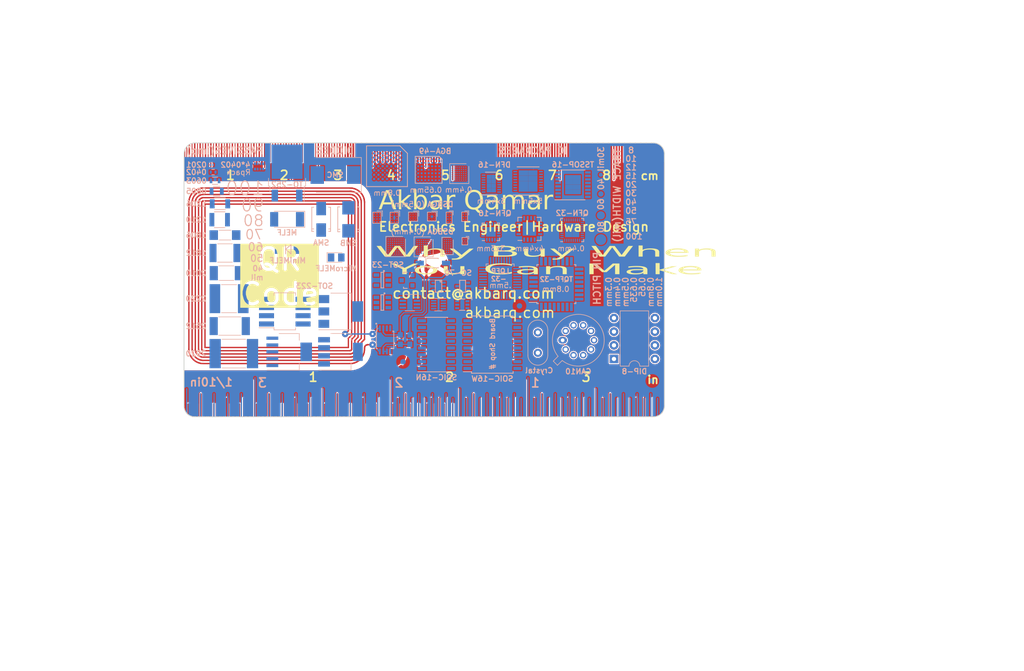
<source format=kicad_pcb>
(kicad_pcb (version 20241229) (generator "pcbnew") (generator_version "9.0")
  (layers (0 "F.Cu" signal) (2 "B.Cu" signal) (13 "F.Paste" user) (15 "B.Paste" user) (5 "F.SilkS" user "F.Silkscreen") (7 "B.SilkS" user "B.Silkscreen") (1 "F.Mask" user) (3 "B.Mask" user) (25 "Edge.Cuts" user))
  (net 0 "")
  (footprint "Fiducials:Fiducial_1mm_Dia_2.54mm_Outer_CopperBottom" (layer "F.Cu") (at 91.567 91.567)
    (property "Reference" "REF**" (hide yes))
    (property "Value" "Fiducial_1mm_Dia_2.54mm_Outer_CopperBottom" (hide yes))
  )
  (footprint "Fiducials:Fiducial_1mm_Dia_2.54mm_Outer_CopperBottom" (layer "F.Cu") (at 137.9601 95.1357)
    (property "Reference" "REF**" (hide yes))
    (property "Value" "Fiducial_1mm_Dia_2.54mm_Outer_CopperBottom" (hide yes))
  )
  (footprint "Fiducials:Fiducial_1mm_Dia_2.54mm_Outer_CopperBottom" (layer "F.Cu") (at 113.2332 81.153)
    (property "Reference" "REF**" (hide yes))
    (property "Value" "Fiducial_1mm_Dia_2.54mm_Outer_CopperBottom" (hide yes))
  )
  (footprint "Symbol:OSHW-Symbol_6.7x6mm_Copper" (layer "F.Cu") (at 92.472 89.376)
    (property "Reference" "REF**" (hide yes))
    (property "Value" "OSHW-Symbol_6.7x6mm_Copper" (hide yes))
  )
  (footprint "Symbol:OSHW-Symbol_6.7x6mm_Copper" (layer "F.Cu") (at 92.472 89.376)
    (property "Reference" "REF**" (hide yes))
    (property "Value" "OSHW-Symbol_6.7x6mm_Copper" (hide yes))
  )
  (footprint "Symbol:KiCad-Logo_5mm_Copper" (layer "F.Cu") (at 105.8535 89.63)
    (property "Reference" "REF**" (hide yes))
    (property "Value" "KiCad-Logo_5mm_Copper" (hide yes))
  )
  (footprint "Symbol:ESD-Logo_8.9x8mm_SilkScreen" (layer "F.Cu") (at 96.99 72.22)
    (property "Reference" "REF**" (hide yes))
    (property "Value" "ESD-Logo_8.9x8mm_SilkScreen" (hide yes))
  )
  (footprint "" (layer "F.Cu") (at 109.601 80.3656)
    (property "Reference" "")
    (property "Value" "")
  )
  (footprint "Resistors_SMD:R_0603" (layer "B.Cu") (at 56.5732 57.8428)
    (property "Reference" "0603")
    (property "Value" "R_0603")
  )
  (footprint "Resistors_SMD:R_0201" (layer "B.Cu") (at 55.9636 54.8788)
    (property "Reference" "0201")
    (property "Value" "R_0201")
  )
  (footprint "Resistors_SMD:R_0805" (layer "B.Cu") (at 56.878 59.7924)
    (property "Reference" "0805")
    (property "Value" "R_0805")
  )
  (footprint "Resistors_SMD:R_1210" (layer "B.Cu") (at 57.4368 65.0948)
    (property "Reference" "1210")
    (property "Value" "R_1210")
  )
  (footprint "Housings_DIP:DIP-8_W7.62mm" (layer "B.Cu") (at 130.8144 91.0336)
    (property "Reference" "DIP-8")
    (property "Value" "DIP-8_W7.62mm" (hide yes))
  )
  (footprint "Housings_DFN_QFN:DFN-16-1EP_5x5mm_Pitch0.5mm" (layer "B.Cu") (at 114.8381 57.88854)
    (property "Reference" "5x5mm")
    (property "Value" "DFN-16-1EP_5x5mm_Pitch0.5mm")
  )
  (footprint "Housings_DFN_QFN:DFN-16-1EP_3x4mm_Pitch0.45mm" (layer "B.Cu") (at 107.9928 58.37114)
    (property "Reference" "3x4mm")
    (property "Value" "DFN-16-1EP_3x4mm_Pitch0.45mm" (hide yes))
  )
  (footprint "TO_SOT_Packages_THT:TO-100-10" (layer "B.Cu") (at 121.26436 87.54364)
    (property "Reference" "CAN10")
    (property "Value" "TO-100-10")
  )
  (footprint "Resistors_SMD:R_0402" (layer "B.Cu") (at 56.2176 56.2388)
    (property "Reference" "0402")
    (property "Value" "R_0402")
  )
  (footprint "Capacitor_SMD:C_2220_5650Metric_Pad1.97x5.40mm_HandSolder" (layer "B.Cu") (at 59.182 79.80316)
    (property "Reference" "2220")
    (property "Value" "C_2220_5650Metric_Pad1.97x5.40mm_HandSolder")
  )
  (footprint "Resistors_SMD:R_1206" (layer "B.Cu") (at 57.4876 62.1384)
    (property "Reference" "1206")
    (property "Value" "R_1206")
  )
  (footprint "Resistor_SMD:R_2010_5025Metric_Pad1.52x2.65mm_HandSolder" (layer "B.Cu") (at 58.674 75.05368)
    (property "Reference" "2010")
    (property "Value" "R_2010_5025Metric_Pad1.52x2.65mm_HandSolder")
  )
  (footprint "Diodes_SMD:MiniMELF_Standard" (layer "B.Cu") (at 70.104 70.612)
    (property "Reference" "MiniMELF")
    (property "Value" "MiniMELF_Standard")
  )
  (footprint "Diode_SMD:D_MELF" (layer "B.Cu") (at 69.977 65.024 180)
    (property "Reference" "MELF")
    (property "Value" "D_MELF")
  )
  (footprint "Housings_DFN_QFN:QFN-16-1EP_4x4mm_Pitch0.65mm" (layer "B.Cu") (at 115.0794 66.8155)
    (property "Reference" "4x4mm")
    (property "Value" "QFN-16-1EP_4x4mm_Pitch0.65mm" (hide yes))
  )
  (footprint "Housings_DFN_QFN:QFN-16-1EP_3x3mm_Pitch0.5mm" (layer "B.Cu") (at 107.90644 67.3598)
    (property "Reference" "3x3mm")
    (property "Value" "QFN-16-1EP_3x3mm_Pitch0.5mm" (hide yes))
  )
  (footprint "Housings_DFN_QFN:QFN-32-1EP_4x4mm_Pitch0.4mm" (layer "B.Cu") (at 123.03468 67.0314)
    (property "Reference" "QFN-32")
    (property "Value" "QFN-32-1EP_4x4mm_Pitch0.4mm" (hide yes))
  )
  (footprint "Resistors_SMD:R_Array_Convex_4x0402" (layer "B.Cu") (at 64.76492 55.16976 90)
    (property "Reference" "4*0402")
    (property "Value" "R_Array_Convex_4x0402" (hide yes))
  )
  (footprint "Package_BGA:Texas_DSBGA-49_3.33x3.488mm_Layout7x7_P0.4mm" (layer "B.Cu") (at 95.3985 70.1484 180)
    (property "Reference" "REF**" (hide yes))
    (property "Value" "Texas_DSBGA-49_3.33x3.488mm_Layout7x7_P0.4mm")
  )
  (footprint "Package_BGA:Texas_DSBGA-5_0.822x1.116mm_Layout2x1x2_P0.4mm" (layer "B.Cu") (at 103.0645 69.1006 180)
    (property "Reference" "(0.4mm)")
    (property "Value" "Texas_DSBGA-5_0.822x1.116mm_Layout2x1x2_P0.4mm")
  )
  (footprint "Package_BGA:Texas_DSBGA-64_3.415x3.535mm_Layout8x8_P0.4mm" (layer "B.Cu") (at 90.1925 70.104 180)
    (property "Reference" "REF**" (hide yes))
    (property "Value" "Texas_DSBGA-64_3.415x3.535mm_Layout8x8_P0.4mm")
  )
  (footprint "Diode_SMD:D_SMC" (layer "B.Cu") (at 78.994 56.7698 180)
    (property "Reference" "SMC")
    (property "Value" "D_SMC")
  )
  (footprint "Diodes_SMD:SMA_Standard" (layer "B.Cu") (at 76.327 65.024 90)
    (property "Reference" "SMA")
    (property "Value" "SMA_Standard")
  )
  (footprint "Diodes_SMD:SMB_Standard" (layer "B.Cu") (at 81.407 65.024 90)
    (property "Reference" "SMB")
    (property "Value" "SMB_Standard")
  )
  (footprint "TO_SOT_Packages_SMD:SOT-223-6" (layer "B.Cu") (at 70.377 89.709)
    (property "Reference" "SOT-223-6" (hide yes))
    (property "Value" "SOT-223-6")
  )
  (footprint "TO_SOT_Packages_SMD:SOT-223-5" (layer "B.Cu") (at 79.91 89.7045)
    (property "Reference" "SOT-223-5" (hide yes))
    (property "Value" "SOT-223-5")
  )
  (footprint "Housings_SOIC:SOIC-16_3.9x9.9mm_Pitch1.27mm" (layer "B.Cu") (at 97.77844 88.35992)
    (property "Reference" "SOIC-16N")
    (property "Value" "SOIC-16_3.9x9.9mm_Pitch1.27mm" (hide yes))
  )
  (footprint "Housings_SOIC:SOIC-16W_7.5x10.3mm_Pitch1.27mm" (layer "B.Cu") (at 108.18444 88.35992)
    (property "Reference" "SOIC-16W")
    (property "Value" "SOIC-16W_7.5x10.3mm_Pitch1.27mm" (hide yes))
  )
  (footprint "Measurement_Points:Measurement_Point_Round-SMD-Pad_Big" (layer "B.Cu") (at 128.37348 68.80352 90)
    (property "Reference" "80")
    (property "Value" "Measurement_Point_Round-SMD-Pad_Big" (hide yes))
  )
  (footprint "Measurement_Points:Measurement_Point_Round-SMD-Pad_Small" (layer "B.Cu") (at 128.3734 56.72836 90)
    (property "Reference" "30mil")
    (property "Value" "Measurement_Point_Round-SMD-Pad_Small" (hide yes))
  )
  (footprint "Measurement_Points:Measurement_Point_Round-SMD-Pad_Small" (layer "B.Cu") (at 128.37342 60.2996 90)
    (property "Reference" "40")
    (property "Value" "Measurement_Point_Round-SMD-Pad_Small" (hide yes))
  )
  (footprint "Measurement_Points:Measurement_Point_Round-SMD-Pad_Small" (layer "B.Cu") (at 128.37348 64.2874 90)
    (property "Reference" "60")
    (property "Value" "Measurement_Point_Round-SMD-Pad_Small" (hide yes))
  )
  (footprint "Package_BGA:Texas_DSBGA-12_1.36x1.86mm_Layout3x4_P0.5mm" (layer "B.Cu") (at 86.7125 64.7262 180)
    (property "Reference" "REF**" (hide yes))
    (property "Value" "Texas_DSBGA-12_1.36x1.86mm_Layout3x4_P0.5mm")
  )
  (footprint "Package_BGA:Texas_DSBGA-8_1.43x1.41mm_Layout3x3_P0.5mm" (layer "B.Cu") (at 96.9305 64.516 180)
    (property "Reference" "REF**" (hide yes))
    (property "Value" "Texas_DSBGA-8_1.43x1.41mm_Layout3x3_P0.5mm")
  )
  (footprint "Package_BGA:Texas_DSBGA-10_1.36x1.86mm_Layout3x4_P0.5mm" (layer "B.Cu") (at 89.9385 64.7262 180)
    (property "Reference" "REF**" (hide yes))
    (property "Value" "Texas_DSBGA-10_1.36x1.86mm_Layout3x4_P0.5mm")
  )
  (footprint "Package_QFP:LQFP-32_5x5mm_P0.5mm" (layer "B.Cu") (at 109.6264 75.9588)
    (property "Reference" "LQFP")
    (property "Value" "LQFP-32_5x5mm_P0.5mm")
  )
  (footprint "Package_TO_SOT_SMD:SOT-223-8" (layer "B.Cu") (at 69.5515 82.219)
    (property "Reference" "sot-223" (hide yes))
    (property "Value" "SOT-223-8")
  )
  (footprint "Housings_SSOP:TSSOP-16-1EP_4.4x5mm_Pitch0.65mm" (layer "B.Cu") (at 123.19 58.568)
    (property "Reference" "TSSOP-16")
    (property "Value" "TSSOP-16-1EP_4.4x5mm_Pitch0.65mm" (hide yes))
  )
  (footprint "TO_SOT_Packages_SMD:SC-70-6" (layer "B.Cu") (at 102.5908 80.926 -90)
    (property "Reference" "6" (hide yes))
    (property "Value" "SC-70-6")
  )
  (footprint "TO_SOT_Packages_SMD:SC-70-5" (layer "B.Cu") (at 98.168 77.49 -90)
    (property "Reference" "5" (hide yes))
    (property "Value" "SC-70-5")
  )
  (footprint "Package_BGA:Texas_DSBGA-49_3.33x3.488mm_Layout7x7_P0.4mm" (layer "B.Cu") (at 102.0255 56.515 180)
    (property "Reference" "0.4mm")
    (property "Value" "asd")
  )
  (footprint "TO_SOT_Packages_SMD:SC-70" (layer "B.Cu") (at 102.6543 77.49 -90)
    (property "Reference" "SC-70")
    (property "Value" "SC-70")
  )
  (footprint "Package_TO_SOT_SMD:SC-70-8" (layer "B.Cu") (at 98.168 80.926 180)
    (property "Reference" "sc-70" (hide yes))
    (property "Value" "SC-70-8")
  )
  (footprint "Package_BGA:Texas_DSBGA-6_0.9x1.4mm_Layout2x3_P0.5mm" (layer "B.Cu") (at 103.0345 64.5246 180)
    (property "Reference" "(0.5mm)")
    (property "Value" "Texas_DSBGA-6_0.9x1.4mm_Layout2x3_P0.5mm")
  )
  (footprint "Package_BGA:Texas_DSBGA-9_1.4715x1.4715mm_Layout3x3_P0.5mm" (layer "B.Cu") (at 93.4345 64.5322 180)
    (property "Reference" "REF**" (hide yes))
    (property "Value" "Texas_DSBGA-9_1.4715x1.4715mm_Layout3x3_P0.5mm")
  )
  (footprint "bga:BGA_49-0.8mm-7x7mm" (layer "B.Cu") (at 88.57432 55.13564 180)
    (property "Reference" "BGA-49" (hide yes))
    (property "Value" "BGA_49")
  )
  (footprint "bga:BGA-49_CSBGA-49_0.65mm" (layer "B.Cu") (at 96.33618 55.8042 180)
    (property "Reference" "BGA-49" (hide yes))
    (property "Value" "BGA_49")
  )
  (footprint "Package_BGA:Texas_DSBGA-8_0.9x1.9mm_Layout2x4_P0.5mm" (layer "B.Cu") (at 100.1365 64.732 180)
    (property "Reference" "DSBGA")
    (property "Value" "Texas_DSBGA-8_0.9x1.9mm_Layout2x4_P0.5mm")
  )
  (footprint "Package_BGA:Texas_DSBGA-28_1.9x3.0mm_Layout4x7_P0.4mm" (layer "B.Cu") (at 99.8485 69.9896 180)
    (property "Reference" "DSBGA")
    (property "Value" "Texas_DSBGA-28_1.9x3.0mm_Layout4x7_P0.4mm")
  )
  (footprint "TO_SOT_Packages_SMD:SOT-23-6" (layer "B.Cu") (at 87.7072 80.522 180)
    (property "Reference" "6" (hide yes))
    (property "Value" "SOT-23-6")
  )
  (footprint "Package_TO_SOT_SMD:TSOT-23-8" (layer "B.Cu") (at 92.8294 80.522 180)
    (property "Reference" "sot-23" (hide yes))
    (property "Value" "TSOT-23-8")
  )
  (footprint "Package_TO_SOT_SMD:TO-252-2" (layer "B.Cu") (at 69.977 56.405 90)
    (property "Reference" "TO-252")
    (property "Value" "TO-252-2")
  )
  (footprint "TO_SOT_Packages_SMD:SOT-223" (layer "B.Cu") (at 79.9735 82.1845)
    (property "Reference" "SOT-223")
    (property "Value" "SOT-223")
  )
  (footprint "Diode_SMD:D_MicroMELF" (layer "B.Cu") (at 79.121 72.136)
    (property "Reference" "MicroMELF")
    (property "Value" "D_MicroMELF")
  )
  (footprint "TO_SOT_Packages_SMD:SOT-23" (layer "B.Cu") (at 92.307 76.394 -90)
    (property "Reference" "SOT-23")
    (property "Value" "SOT-23")
  )
  (footprint "TO_SOT_Packages_SMD:SOT-23-5" (layer "B.Cu") (at 87.7064 76.3524 180)
    (property "Reference" "5" (hide yes))
    (property "Value" "SOT-23-5")
  )
  (footprint "Crystal:Crystal_HC52-U_Vertical" (layer "B.Cu") (at 116.6515 86.0933 -90)
    (property "Reference" "Crystal")
    (property "Value" "Crystal_HC52-U_Vertical")
  )
  (footprint "Capacitor_SMD:C_1812_4532Metric_Pad1.30x3.40mm_HandSolder" (layer "B.Cu") (at 58.42 71.29892)
    (property "Reference" "1812")
    (property "Value" "C_1812_4532Metric_Pad1.30x3.40mm_HandSolder")
  )
  (footprint "Capacitor_SMD:C_2512_6332Metric_Pad1.52x3.35mm_HandSolder" (layer "B.Cu") (at 59.309 84.913)
    (property "Reference" "2512")
    (property "Value" "C_2512_6332Metric_Pad1.52x3.35mm_HandSolder")
  )
  (footprint "Fuse:Fuse_2920_7451Metric_Pad2.10x5.45mm_HandSolder" (layer "B.Cu") (at 60.071 90.03968)
    (property "Reference" "2920")
    (property "Value" "Fuse_2920_7451Metric_Pad2.10x5.45mm_HandSolder")
  )
  (footprint "Capacitor_SMD:C_1806_4516Metric_Pad1.57x1.80mm_HandSolder" (layer "B.Cu") (at 58.42 67.96804)
    (property "Reference" "1806")
    (property "Value" "C_1806_4516Metric_Pad1.57x1.80mm_HandSolder")
  )
  (footprint "bga:Back Side LED" (layer "B.Cu") (at 97.3074 68.5788)
    (property "Reference" "REF**" (hide yes))
    (property "Value" "Back Side LED" (hide yes))
  )
  (footprint "Package_SO:TSSOP-8_3x3mm_P0.65mm" (layer "B.Cu") (at 88.2142 87.4776 -90)
    (property "Reference" "REF**" (hide yes))
    (property "Value" "TSSOP-8_3x3mm_P0.65mm")
  )
  (footprint "Capacitor_SMD:C_0603_1608Metric_Pad1.05x0.95mm_HandSolder" (layer "B.Cu") (at 91.059 87.4268 -90)
    (property "Reference" "C" (hide yes))
    (property "Value" "C_0603_1608Metric_Pad1.05x0.95mm_HandSolder")
  )
  (footprint "Resistor_SMD:R_0603_1608Metric_Pad1.05x0.95mm_HandSolder" (layer "B.Cu") (at 92.837 87.4268 90)
    (property "Reference" "R" (hide yes))
    (property "Value" "R_0603_1608Metric_Pad1.05x0.95mm_HandSolder")
  )
  (footprint "Housings_QFP:TQFP-32_7x7mm_Pitch0.8mm" (layer "B.Cu") (at 120.09134 77.09436)
    (property "Reference" "TQFP-32")
    (property "Value" "TQFP-32_7x7mm_Pitch0.8mm" (hide yes))
  )
  (gr_line (start 95.82 72.28) (end 95.82 73.96) (stroke (width 0.15)) (layer "B.SilkS"))
  (gr_circle (center 86.58 84.47) (end 86.51 84.54) (stroke (width 0.15)) (fill no) (layer "B.SilkS"))
  (gr_line (start 140.208 99.7755) (end 140.208 52.832) (stroke (width 0.15)) (layer "Edge.Cuts"))
  (gr_line (start 138.176 101.8075) (end 52.7685 101.8075) (stroke (width 0.15)) (layer "Edge.Cuts"))
  (gr_line (start 50.8 99.839) (end 50.8 52.832) (stroke (width 0.15)) (layer "Edge.Cuts"))
  (gr_line (start 52.832 50.8) (end 138.176 50.8) (stroke (width 0.15)) (layer "Edge.Cuts"))
  (gr_arc (start 50.8 52.832) (mid 51.395159 51.395159) (end 52.832 50.8) (stroke (width 0.15)) (layer "Edge.Cuts"))
  (gr_arc (start 140.208 99.7755) (mid 139.612841 101.212341) (end 138.176 101.8075) (stroke (width 0.15)) (layer "Edge.Cuts"))
  (gr_arc (start 138.176 50.8) (mid 139.612841 51.395159) (end 140.208 52.832) (stroke (width 0.15)) (layer "Edge.Cuts"))
  (gr_arc (start 52.7685 101.8075) (mid 51.37656 101.23094) (end 50.8 99.839) (stroke (width 0.15)) (layer "Edge.Cuts"))
  (gr_text "Akbar Qamar" (at 86.99044 61.71344 0) (layer "F.SilkS") (effects (font (size 3.5 3.5) (thickness 0.5)) (justify left)))
  (gr_text "akbarq.com" (at 102.87 82.4 0) (layer "F.SilkS") (effects (font (size 1.95 1.95) (thickness 0.25)) (justify left)))
  (gr_text "Electronics Engineer|Hardware Design" (at 86.86344 66.42244 0) (layer "F.SilkS") (effects (font (size 1.73 1.73) (thickness 0.3)) (justify left)))
  (gr_text "contact@akbarq.com" (at 89.4 78.8 0) (layer "F.SilkS") (effects (font (size 1.95 1.95) (thickness 0.3)) (justify left)))
  (gr_text "Why Buy When\nYou Can Make\n" (at 118.4 72.8 0) (layer "F.SilkS") (effects (font (size 1.95 6) (thickness 0.3) (italic yes))))
  (gr_text "QR\nCode" (at 68.58 81.28 0) (layer "F.SilkS" knockout) (effects (font (size 4 4) (thickness 0.6)) (justify bottom)))
  (gr_text "4" (at 89.362 56.8244 0) (layer "F.SilkS") (effects (font (size 1.7 1.7) (thickness 0.3))))
  (gr_text "8" (at 129.4408 56.8244 0) (layer "F.SilkS") (effects (font (size 1.7 1.7) (thickness 0.3))))
  (gr_text "7\n" (at 119.3524 56.8244 0) (layer "F.SilkS") (effects (font (size 1.7 1.7) (thickness 0.3))))
  (gr_text "1" (at 59.4392 56.8244 0) (layer "F.SilkS") (effects (font (size 1.7 1.7) (thickness 0.3))))
  (gr_text "5" (at 99.4388 56.8244 0) (layer "F.SilkS") (effects (font (size 1.7 1.7) (thickness 0.3))))
  (gr_text "2" (at 69.436 56.8244 0) (layer "F.SilkS") (effects (font (size 1.7 1.7) (thickness 0.3))))
  (gr_text "in\n" (at 138.076 94.9148 0) (layer "F.SilkS") (effects (font (size 1.5 1.5) (thickness 0.3))))
  (gr_text "6" (at 109.4414 56.8244 0) (layer "F.SilkS") (effects (font (size 1.7 1.7) (thickness 0.3))))
  (gr_text "3" (at 125.6284 94.4248 0) (layer "F.SilkS") (effects (font (size 1.7 1.7) (thickness 0.3))))
  (gr_text "cm" (at 137.4684 56.9144 0) (layer "F.SilkS") (effects (font (size 1.5 1.5) (thickness 0.3))))
  (gr_text "1" (at 74.8384 94.4248 0) (layer "F.SilkS") (effects (font (size 1.7 1.7) (thickness 0.3))))
  (gr_text "3" (at 79.4336 56.8244 0) (layer "F.SilkS") (effects (font (size 1.7 1.7) (thickness 0.3))))
  (gr_text "2" (at 100.2376 94.4248 0) (layer "F.SilkS") (effects (font (size 1.7 1.7) (thickness 0.3))))
  (gr_text "PIN PITCH" (at 127.68516 70.93204 90) (layer "B.SilkS") (effects (font (size 1.3 1.3) (thickness 0.25)) (justify left mirror)))
  (gr_text "10" (at 133.99516 53.74386 0) (layer "B.SilkS") (effects (font (size 1.1 1.1) (thickness 0.2)) (justify mirror)))
  (gr_text "12" (at 133.99516 55.35072 0) (layer "B.SilkS") (effects (font (size 1.1 1.1) (thickness 0.2)) (justify mirror)))
  (gr_text "15" (at 133.99516 56.95774 0) (layer "B.SilkS") (effects (font (size 1.1 1.1) (thickness 0.2)) (justify mirror)))
  (gr_text "20" (at 133.99516 58.56048 0) (layer "B.SilkS") (effects (font (size 1.1 1.1) (thickness 0.2)) (justify mirror)))
  (gr_text "8" (at 134.00532 52.16652 0) (layer "B.SilkS") (effects (font (size 1.1 1.1) (thickness 0.2)) (justify mirror)))
  (gr_text "40" (at 133.99516 61.8266 0) (layer "B.SilkS") (effects (font (size 1.1 1.1) (thickness 0.2)) (justify mirror)))
  (gr_text "30" (at 133.99516 60.17068 0) (layer "B.SilkS") (effects (font (size 1.1 1.1) (thickness 0.2)) (justify mirror)))
  (gr_text "2" (at 90.77228 95.48104 0) (layer "B.SilkS") (effects (font (size 1.7 1.7) (thickness 0.3)) (justify mirror)))
  (gr_text "3" (at 65.3672 95.48104 0) (layer "B.SilkS") (effects (font (size 1.7 1.7) (thickness 0.3)) (justify mirror)))
  (gr_text "1/10in" (at 55.85 95.37 0) (layer "B.SilkS") (effects (font (size 1.5 1.5) (thickness 0.3)) (justify mirror)))
  (gr_text "TRACE WIDTH(mil)" (at 131.39292 51.73472 90) (layer "B.SilkS") (effects (font (size 1.3 1.3) (thickness 0.25)) (justify left mirror)))
  (gr_text "DFN-16" (at 108.5706 54.87102 0) (layer "B.SilkS") (effects (font (size 1 1) (thickness 0.2)) (justify mirror)))
  (gr_text "IC PACKAGES\n" (at 115.788 52.2483 0) (layer "B.SilkS") (effects (font (size 1.3 1.3) (thickness 0.25)) (justify mirror)))
  (gr_text "0.4mm" (at 131.40816 78.56728 90) (layer "B.SilkS") (effects (font (size 1.1 1.1) (thickness 0.2)) (justify mirror)))
  (gr_text "0.635" (at 134.5272 78.1558 90) (layer "B.SilkS") (effects (font (size 1.1 1.1) (thickness 0.2)) (justify mirror)))
  (gr_text "0.65" (at 136.08668 77.63256 90) (layer "B.SilkS") (effects (font (size 1.1 1.1) (thickness 0.2)) (justify mirror)))
  (gr_text "1.0mm" (at 139.20644 78.57744 90) (layer "B.SilkS") (effects (font (size 1.1 1.1) (thickness 0.2)) (justify mirror)))
  (gr_text "0.5mm" (at 132.96764 78.57236 90) (layer "B.SilkS") (effects (font (size 1.1 1.1) (thickness 0.2)) (justify mirror)))
  (gr_text "0.8mm" (at 137.64656 78.57744 90) (layer "B.SilkS") (effects (font (size 1.1 1.1) (thickness 0.2)) (justify mirror)))
  (gr_text "1" (at 116.1672 95.47596 0) (layer "B.SilkS") (effects (font (size 1.7 1.7) (thickness 0.3)) (justify mirror)))
  (gr_text "0.3mm" (at 129.84816 78.56728 90) (layer "B.SilkS") (effects (font (size 1.1 1.1) (thickness 0.2)) (justify mirror)))
  (gr_text "75" (at 133.99516 65.50612 0) (layer "B.SilkS") (effects (font (size 1.1 1.1) (thickness 0.2)) (justify mirror)))
  (gr_text "50" (at 133.99516 63.4376 0) (layer "B.SilkS") (effects (font (size 1.1 1.1) (thickness 0.2)) (justify mirror)))
  (gr_text "100" (at 132.84708 68.20184 0) (layer "B.SilkS") (effects (font (size 1.1 1.1) (thickness 0.2)) (justify right mirror)))
  (gr_text "mil" (at 64.38392 75.88364 0) (layer "B.SilkS") (effects (font (size 1 1) (thickness 0.2)) (justify mirror)))
  (gr_text "QFN-16\n\n" (at 108.669 64.71238 0) (layer "B.SilkS") (effects (font (size 1 1) (thickness 0.2)) (justify mirror)))
  (gr_text "0.4mm" (at 122.83468 70.46548 0) (layer "B.SilkS") (effects (font (size 1 1)) (justify mirror)))
  (gr_text "0.8mm" (at 119.98974 78.0288 0) (layer "B.SilkS") (effects (font (size 1 1)) (justify mirror)))
  (gr_text ".5mm" (at 109.6772 77.323 0) (layer "B.SilkS") (effects (font (size 1 1)) (justify mirror)))
  (gr_text "0.8mm" (at 88.57178 60.1242 0) (layer "B.SilkS") (effects (font (size 1 1)) (justify mirror)))
  (gr_text "0.65mm" (at 95.8025 59.563 0) (layer "B.SilkS") (effects (font (size 1 1)) (justify mirror)))
  (gr_text "BGA-49" (at 97.536 52.324 0) (layer "B.SilkS") (effects (font (size 1 1) (thickness 0.2)) (justify mirror)))
  (gr_text "50" (at 64.32522 72.29204 0) (layer "B.SilkS") (effects (font (size 1.27 1.27) (thickness 0.2)) (justify mirror)))
  (gr_text "60" (at 64.12202 70.20684 0) (layer "B.SilkS") (effects (font (size 1.524 1.524) (thickness 0.2)) (justify mirror)))
  (gr_text "90" (at 63.56322 62.42724 0) (layer "B.SilkS") (effects (font (size 2.286 2.286) (thickness 0.2)) (justify mirror)))
  (gr_text "100" (at 62.14082 59.27764 0) (layer "B.SilkS") (effects (font (size 2.54 2.54) (thickness 0.2)) (justify mirror)))
  (gr_text "40" (at 64.52842 74.17164 0) (layer "B.SilkS") (effects (font (size 1.016 1.016) (thickness 0.2)) (justify mirror)))
  (gr_text "70" (at 63.86802 67.86764 0) (layer "B.SilkS") (effects (font (size 1.778 1.778) (thickness 0.2)) (justify mirror)))
  (gr_text "80" (at 63.71562 65.27364 0) (layer "B.SilkS") (effects (font (size 2.032 2.032) (thickness 0.2)) (justify mirror)))
  (gr_text "Rpack" (at 60.96 56.261 0) (layer "B.SilkS") (effects (font (size 1 1)) (justify mirror)))
  (gr_text "Board Shop #" (at 108.204 88.2015 90) (layer "B.SilkS") (effects (font (size 0.9 0.9) (thickness 0.19)) (justify mirror)))
  (gr_text "PASSIVES(imp)" (at 58.4003 52.24 0) (layer "B.SilkS") (effects (font (size 1.3 1.3) (thickness 0.25)) (justify mirror)))
  (gr_text "DIODES\n" (at 78.8966 52.23756 0) (layer "B.SilkS") (effects (font (size 1.3 1.3) (thickness 0.25)) (justify mirror)))
  (segment (start 53.18125 99.439) (end 53.18125 101.725) (width 0.25) (layer "F.Cu") (net 0))
  (segment (start 54.76875 99.439) (end 54.76875 101.725) (width 0.25) (layer "F.Cu") (net 0))
  (segment (start 56.35625 99.439) (end 56.35625 101.725) (width 0.25) (layer "F.Cu") (net 0))
  (segment (start 57.94375 99.439) (end 57.94375 101.725) (width 0.25) (layer "F.Cu") (net 0))
  (segment (start 59.53125 99.439) (end 59.53125 101.725) (width 0.25) (layer "F.Cu") (net 0))
  (segment (start 61.11875 99.439) (end 61.11875 101.725) (width 0.25) (layer "F.Cu") (net 0))
  (segment (start 62.70625 99.439) (end 62.70625 101.725) (width 0.25) (layer "F.Cu") (net 0))
  (segment (start 64.29375 99.439) (end 64.29375 101.725) (width 0.25) (layer "F.Cu") (net 0))
  (segment (start 65.88125 99.439) (end 65.88125 101.725) (width 0.25) (layer "F.Cu") (net 0))
  (segment (start 67.46875 99.439) (end 67.46875 101.725) (width 0.25) (layer "F.Cu") (net 0))
  (segment (start 69.05625 99.439) (end 69.05625 101.725) (width 0.25) (layer "F.Cu") (net 0))
  (segment (start 70.64375 99.439) (end 70.64375 101.725) (width 0.25) (layer "F.Cu") (net 0))
  (segment (start 72.23125 99.439) (end 72.23125 101.725) (width 0.25) (layer "F.Cu") (net 0))
  (segment (start 73.81875 99.439) (end 73.81875 101.725) (width 0.25) (layer "F.Cu") (net 0))
  (segment (start 75.40625 99.439) (end 75.40625 101.725) (width 0.25) (layer "F.Cu") (net 0))
  (segment (start 76.99375 99.439) (end 76.99375 101.725) (width 0.25) (layer "F.Cu") (net 0))
  (segment (start 78.58125 99.439) (end 78.58125 101.725) (width 0.25) (layer "F.Cu") (net 0))
  (segment (start 80.16875 99.439) (end 80.16875 101.725) (width 0.25) (layer "F.Cu") (net 0))
  (segment (start 81.75625 99.439) (end 81.75625 101.725) (width 0.25) (layer "F.Cu") (net 0))
  (segment (start 83.34375 99.439) (end 83.34375 101.725) (width 0.25) (layer "F.Cu") (net 0))
  (segment (start 84.93125 99.439) (end 84.93125 101.725) (width 0.25) (layer "F.Cu") (net 0))
  (segment (start 86.51875 99.439) (end 86.51875 101.725) (width 0.25) (layer "F.Cu") (net 0))
  (segment (start 88.10625 99.439) (end 88.10625 101.725) (width 0.25) (layer "F.Cu") (net 0))
  (segment (start 89.69375 99.439) (end 89.69375 101.725) (width 0.25) (layer "F.Cu") (net 0))
  (segment (start 91.28125 99.439) (end 91.28125 101.725) (width 0.25) (layer "F.Cu") (net 0))
  (segment (start 92.86875 99.439) (end 92.86875 101.725) (width 0.25) (layer "F.Cu") (net 0))
  (segment (start 94.45625 99.439) (end 94.45625 101.725) (width 0.25) (layer "F.Cu") (net 0))
  (segment (start 96.04375 99.439) (end 96.04375 101.725) (width 0.25) (layer "F.Cu") (net 0))
  (segment (start 97.63125 99.439) (end 97.63125 101.725) (width 0.25) (layer "F.Cu") (net 0))
  (segment (start 99.21875 99.439) (end 99.21875 101.725) (width 0.25) (layer "F.Cu") (net 0))
  (segment (start 100.80625 99.439) (end 100.80625 101.725) (width 0.25) (layer "F.Cu") (net 0))
  (segment (start 55.5625 98.3595) (end 55.5625 101.725) (width 0.25) (layer "F.Cu") (net 0))
  (segment (start 58.7375 98.3595) (end 58.7375 101.725) (width 0.25) (layer "F.Cu") (net 0))
  (segment (start 61.9125 98.3595) (end 61.9125 101.725) (width 0.25) (layer "F.Cu") (net 0))
  (segment (start 65.0875 98.3595) (end 65.0875 101.725) (width 0.25) (layer "F.Cu") (net 0))
  (segment (start 68.2625 98.3595) (end 68.2625 101.725) (width 0.25) (layer "F.Cu") (net 0))
  (segment (start 71.4375 98.3595) (end 71.4375 101.725) (width 0.25) (layer "F.Cu") (net 0))
  (segment (start 74.6125 98.3595) (end 74.6125 101.725) (width 0.25) (layer "F.Cu") (net 0))
  (segment (start 77.7875 98.3595) (end 77.7875 101.725) (width 0.25) (layer "F.Cu") (net 0))
  (segment (start 80.9625 98.3595) (end 80.9625 101.725) (width 0.25) (layer "F.Cu") (net 0))
  (segment (start 84.1375 98.3595) (end 84.1375 101.725) (width 0.25) (layer "F.Cu") (net 0))
  (segment (start 87.3125 98.3595) (end 87.3125 101.725) (width 0.25) (layer "F.Cu") (net 0))
  (segment (start 90.4875 98.3595) (end 90.4875 101.725) (width 0.25) (layer "F.Cu") (net 0))
  (segment (start 93.6625 98.3595) (end 93.6625 101.725) (width 0.25) (layer "F.Cu") (net 0))
  (segment (start 96.8375 98.3595) (end 96.8375 101.725) (width 0.25) (layer "F.Cu") (net 0))
  (segment (start 100.0125 98.3595) (end 100.0125 101.725) (width 0.25) (layer "F.Cu") (net 0))
  (segment (start 60.325 97.534) (end 60.325 101.725) (width 0.25) (layer "F.Cu") (net 0))
  (segment (start 66.675 97.534) (end 66.675 101.725) (width 0.25) (layer "F.Cu") (net 0))
  (segment (start 73.025 97.534) (end 73.025 101.725) (width 0.25) (layer "F.Cu") (net 0))
  (segment (start 79.375 97.534) (end 79.375 101.725) (width 0.25) (layer "F.Cu") (net 0))
  (segment (start 85.725 97.534) (end 85.725 101.725) (width 0.25) (layer "F.Cu") (net 0))
  (segment (start 92.075 97.534) (end 92.075 101.725) (width 0.25) (layer "F.Cu") (net 0))
  (segment (start 98.425 97.534) (end 98.425 101.725) (width 0.25) (layer "F.Cu") (net 0))
  (segment (start 69.85 96.264) (end 69.85 101.725) (width 0.25) (layer "F.Cu") (net 0))
  (segment (start 82.55 96.264) (end 82.55 101.725) (width 0.25) (layer "F.Cu") (net 0))
  (segment (start 95.25 96.264) (end 95.25 101.725) (width 0.25) (layer "F.Cu") (net 0))
  (segment (start 88.9 95.0575) (end 88.9 101.725) (width 0.25) (layer "F.Cu") (net 0))
  (segment (start 101.6 93.46) (end 101.6 101.715) (width 0.25) (layer "F.Cu") (net 0))
  (segment (start 127 93.46) (end 127 101.715) (width 0.25) (layer "F.Cu") (net 0))
  (segment (start 106.3625 101.715) (end 106.3625 98.3495) (width 0.25) (layer "F.Cu") (net 0))
  (segment (start 109.5375 101.715) (end 109.5375 98.3495) (width 0.25) (layer "F.Cu") (net 0))
  (segment (start 112.7125 101.715) (end 112.7125 98.3495) (width 0.25) (layer "F.Cu") (net 0))
  (segment (start 115.8875 101.715) (end 115.8875 98.3495) (width 0.25) (layer "F.Cu") (net 0))
  (segment (start 119.0625 101.715) (end 119.0625 98.3495) (width 0.25) (layer "F.Cu") (net 0))
  (segment (start 122.2375 101.715) (end 122.2375 98.3495) (width 0.25) (layer "F.Cu") (net 0))
  (segment (start 128.5875 101.715) (end 128.5875 98.3495) (width 0.25) (layer "F.Cu") (net 0))
  (segment (start 125.4125 101.715) (end 125.4125 98.3495) (width 0.25) (layer "F.Cu") (net 0))
  (segment (start 131.7625 101.715) (end 131.7625 98.3495) (width 0.25) (layer "F.Cu") (net 0))
  (segment (start 134.9375 101.715) (end 134.9375 98.3495) (width 0.25) (layer "F.Cu") (net 0))
  (segment (start 138.1125 101.715) (end 138.1125 98.3495) (width 0.25) (layer "F.Cu") (net 0))
  (segment (start 104.775 97.524) (end 104.775 101.715) (width 0.25) (layer "F.Cu") (net 0))
  (segment (start 111.125 97.524) (end 111.125 101.715) (width 0.25) (layer "F.Cu") (net 0))
  (segment (start 117.475 97.524) (end 117.475 101.715) (width 0.25) (layer "F.Cu") (net 0))
  (segment (start 123.825 97.524) (end 123.825 101.715) (width 0.25) (layer "F.Cu") (net 0))
  (segment (start 130.175 97.524) (end 130.175 101.715) (width 0.25) (layer "F.Cu") (net 0))
  (segment (start 136.525 97.524) (end 136.525 101.715) (width 0.25) (layer "F.Cu") (net 0))
  (segment (start 107.95 96.254) (end 107.95 101.715) (width 0.25) (layer "F.Cu") (net 0))
  (segment (start 120.65 96.254) (end 120.65 101.715) (width 0.25) (layer "F.Cu") (net 0))
  (segment (start 133.35 96.254) (end 133.35 101.715) (width 0.25) (layer "F.Cu") (net 0))
  (segment (start 114.3 95.0475) (end 114.3 101.715) (width 0.25) (layer "F.Cu") (net 0))
  (segment (start 139.7 95.0475) (end 139.7 101.03) (width 0.25) (layer "F.Cu") (net 0))
  (segment (start 60.8 57.621) (end 60.8 50.89) (width 0.25) (layer "F.Cu") (net 0))
  (segment (start 70.8 57.621) (end 70.8 50.89) (width 0.25) (layer "F.Cu") (net 0))
  (segment (start 80.8 57.621) (end 80.8 50.89) (width 0.25) (layer "F.Cu") (net 0))
  (segment (start 90.8 57.621) (end 90.8 50.89) (width 0.25) (layer "F.Cu") (net 0))
  (segment (start 100.8 57.621) (end 100.8 50.89) (width 0.25) (layer "F.Cu") (net 0))
  (segment (start 110.8 57.621) (end 110.8 50.89) (width 0.25) (layer "F.Cu") (net 0))
  (segment (start 120.8 57.621) (end 120.8 50.89) (width 0.25) (layer "F.Cu") (net 0))
  (segment (start 130.8 57.621) (end 130.8 50.89) (width 0.25) (layer "F.Cu") (net 0))
  (segment (start 65.8 55.335) (end 65.8 50.89) (width 0.25) (layer "F.Cu") (net 0))
  (segment (start 75.8 55.335) (end 75.8 50.89) (width 0.25) (layer "F.Cu") (net 0))
  (segment (start 85.8 55.335) (end 85.8 50.89) (width 0.25) (layer "F.Cu") (net 0))
  (segment (start 95.8 55.335) (end 95.8 50.89) (width 0.25) (layer "F.Cu") (net 0))
  (segment (start 105.8 55.335) (end 105.8 50.89) (width 0.25) (layer "F.Cu") (net 0))
  (segment (start 115.8 55.335) (end 115.8 50.89) (width 0.25) (layer "F.Cu") (net 0))
  (segment (start 125.8 55.335) (end 125.8 50.89) (width 0.25) (layer "F.Cu") (net 0))
  (segment (start 135.8 55.335) (end 135.8 50.89) (width 0.25) (layer "F.Cu") (net 0))
  (segment (start 51.8 54.319) (end 51.8 51.2) (width 0.25) (layer "F.Cu") (net 0))
  (segment (start 52.8 54.319) (end 52.8 50.89) (width 0.25) (layer "F.Cu") (net 0))
  (segment (start 53.8 54.319) (end 53.8 50.89) (width 0.25) (layer "F.Cu") (net 0))
  (segment (start 54.8 54.319) (end 54.8 50.89) (width 0.25) (layer "F.Cu") (net 0))
  (segment (start 56.8 54.319) (end 56.8 50.89) (width 0.25) (layer "F.Cu") (net 0))
  (segment (start 57.8 54.319) (end 57.8 50.89) (width 0.25) (layer "F.Cu") (net 0))
  (segment (start 58.8 54.319) (end 58.8 50.89) (width 0.25) (layer "F.Cu") (net 0))
  (segment (start 59.8 54.319) (end 59.8 50.89) (width 0.25) (layer "F.Cu") (net 0))
  (segment (start 61.8 54.319) (end 61.8 50.89) (width 0.25) (layer "F.Cu") (net 0))
  (segment (start 62.8 54.319) (end 62.8 50.89) (width 0.25) (layer "F.Cu") (net 0))
  (segment (start 63.8 54.319) (end 63.8 50.89) (width 0.25) (layer "F.Cu") (net 0))
  (segment (start 64.8 54.319) (end 64.8 50.89) (width 0.25) (layer "F.Cu") (net 0))
  (segment (start 66.8 54.319) (end 66.8 50.89) (width 0.25) (layer "F.Cu") (net 0))
  (segment (start 67.8 54.319) (end 67.8 50.89) (width 0.25) (layer "F.Cu") (net 0))
  (segment (start 68.8 54.319) (end 68.8 50.89) (width 0.25) (layer "F.Cu") (net 0))
  (segment (start 69.8 54.319) (end 69.8 50.89) (width 0.25) (layer "F.Cu") (net 0))
  (segment (start 71.8 54.319) (end 71.8 50.89) (width 0.25) (layer "F.Cu") (net 0))
  (segment (start 76.8 54.319) (end 76.8 50.89) (width 0.25) (layer "F.Cu") (net 0))
  (segment (start 81.8 54.319) (end 81.8 50.89) (width 0.25) (layer "F.Cu") (net 0))
  (segment (start 86.8 54.319) (end 86.8 50.89) (width 0.25) (layer "F.Cu") (net 0))
  (segment (start 91.8 54.319) (end 91.8 50.89) (width 0.25) (layer "F.Cu") (net 0))
  (segment (start 96.8 54.319) (end 96.8 50.89) (width 0.25) (layer "F.Cu") (net 0))
  (segment (start 101.8 54.319) (end 101.8 50.89) (width 0.25) (layer "F.Cu") (net 0))
  (segment (start 106.8 54.319) (end 106.8 50.89) (width 0.25) (layer "F.Cu") (net 0))
  (segment (start 111.8 54.319) (end 111.8 50.89) (width 0.25) (layer "F.Cu") (net 0))
  (segment (start 116.8 54.319) (end 116.8 50.89) (width 0.25) (layer "F.Cu") (net 0))
  (segment (start 121.8 54.319) (end 121.8 50.89) (width 0.25) (layer "F.Cu") (net 0))
  (segment (start 126.8 54.319) (end 126.8 50.89) (width 0.25) (layer "F.Cu") (net 0))
  (segment (start 131.8 54.319) (end 131.8 50.89) (width 0.25) (layer "F.Cu") (net 0))
  (segment (start 136.8 54.319) (end 136.8 50.89) (width 0.25) (layer "F.Cu") (net 0))
  (segment (start 72.8 54.319) (end 72.8 50.89) (width 0.25) (layer "F.Cu") (net 0))
  (segment (start 77.8 54.319) (end 77.8 50.89) (width 0.25) (layer "F.Cu") (net 0))
  (segment (start 82.8 54.319) (end 82.8 50.89) (width 0.25) (layer "F.Cu") (net 0))
  (segment (start 87.8 54.319) (end 87.8 50.89) (width 0.25) (layer "F.Cu") (net 0))
  (segment (start 92.8 54.319) (end 92.8 50.89) (width 0.25) (layer "F.Cu") (net 0))
  (segment (start 97.8 54.319) (end 97.8 50.89) (width 0.25) (layer "F.Cu") (net 0))
  (segment (start 102.8 54.319) (end 102.8 50.89) (width 0.25) (layer "F.Cu") (net 0))
  (segment (start 107.8 54.319) (end 107.8 50.89) (width 0.25) (layer "F.Cu") (net 0))
  (segment (start 112.8 54.319) (end 112.8 50.89) (width 0.25) (layer "F.Cu") (net 0))
  (segment (start 117.8 54.319) (end 117.8 50.89) (width 0.25) (layer "F.Cu") (net 0))
  (segment (start 122.8 54.319) (end 122.8 50.89) (width 0.25) (layer "F.Cu") (net 0))
  (segment (start 127.8 54.319) (end 127.8 50.89) (width 0.25) (layer "F.Cu") (net 0))
  (segment (start 132.8 54.319) (end 132.8 50.89) (width 0.25) (layer "F.Cu") (net 0))
  (segment (start 137.8 54.319) (end 137.8 50.89) (width 0.25) (layer "F.Cu") (net 0))
  (segment (start 73.8 54.319) (end 73.8 50.89) (width 0.25) (layer "F.Cu") (net 0))
  (segment (start 78.8 54.319) (end 78.8 50.89) (width 0.25) (layer "F.Cu") (net 0))
  (segment (start 83.8 54.319) (end 83.8 50.89) (width 0.25) (layer "F.Cu") (net 0))
  (segment (start 88.8 54.319) (end 88.8 50.89) (width 0.25) (layer "F.Cu") (net 0))
  (segment (start 93.8 54.319) (end 93.8 50.89) (width 0.25) (layer "F.Cu") (net 0))
  (segment (start 98.8 54.319) (end 98.8 50.89) (width 0.25) (layer "F.Cu") (net 0))
  (segment (start 103.8 54.319) (end 103.8 50.89) (width 0.25) (layer "F.Cu") (net 0))
  (segment (start 108.8 54.319) (end 108.8 50.89) (width 0.25) (layer "F.Cu") (net 0))
  (segment (start 113.8 54.319) (end 113.8 50.89) (width 0.25) (layer "F.Cu") (net 0))
  (segment (start 118.8 54.319) (end 118.8 50.89) (width 0.25) (layer "F.Cu") (net 0))
  (segment (start 123.8 54.319) (end 123.8 50.89) (width 0.25) (layer "F.Cu") (net 0))
  (segment (start 128.8 54.319) (end 128.8 50.89) (width 0.25) (layer "F.Cu") (net 0))
  (segment (start 133.8 54.319) (end 133.8 50.89) (width 0.25) (layer "F.Cu") (net 0))
  (segment (start 138.8 54.319) (end 138.8 50.99) (width 0.25) (layer "F.Cu") (net 0))
  (segment (start 74.8 54.319) (end 74.8 50.89) (width 0.25) (layer "F.Cu") (net 0))
  (segment (start 79.8 54.319) (end 79.8 50.89) (width 0.25) (layer "F.Cu") (net 0))
  (segment (start 84.8 54.319) (end 84.8 50.89) (width 0.25) (layer "F.Cu") (net 0))
  (segment (start 89.8 54.319) (end 89.8 50.89) (width 0.25) (layer "F.Cu") (net 0))
  (segment (start 94.8 54.319) (end 94.8 50.89) (width 0.25) (layer "F.Cu") (net 0))
  (segment (start 99.8 54.319) (end 99.8 50.89) (width 0.25) (layer "F.Cu") (net 0))
  (segment (start 104.8 54.319) (end 104.8 50.89) (width 0.25) (layer "F.Cu") (net 0))
  (segment (start 109.8 54.319) (end 109.8 50.89) (width 0.25) (layer "F.Cu") (net 0))
  (segment (start 114.8 54.319) (end 114.8 50.89) (width 0.25) (layer "F.Cu") (net 0))
  (segment (start 119.8 54.319) (end 119.8 50.89) (width 0.25) (layer "F.Cu") (net 0))
  (segment (start 124.8 54.319) (end 124.8 50.89) (width 0.25) (layer "F.Cu") (net 0))
  (segment (start 129.8 54.319) (end 129.8 50.89) (width 0.25) (layer "F.Cu") (net 0))
  (segment (start 134.8 54.319) (end 134.8 50.89) (width 0.25) (layer "F.Cu") (net 0))
  (segment (start 52.3 53.43) (end 52.3 50.94) (width 0.15) (layer "F.Cu") (net 0))
  (segment (start 53.3 53.43) (end 53.3 50.89) (width 0.15) (layer "F.Cu") (net 0))
  (segment (start 54.3 53.43) (end 54.3 50.89) (width 0.15) (layer "F.Cu") (net 0))
  (segment (start 55.3 53.43) (end 55.3 50.89) (width 0.15) (layer "F.Cu") (net 0))
  (segment (start 56.3 53.43) (end 56.3 50.89) (width 0.15) (layer "F.Cu") (net 0))
  (segment (start 57.3 53.43) (end 57.3 50.89) (width 0.15) (layer "F.Cu") (net 0))
  (segment (start 58.3 53.43) (end 58.3 50.89) (width 0.15) (layer "F.Cu") (net 0))
  (segment (start 59.3 53.43) (end 59.3 50.89) (width 0.15) (layer "F.Cu") (net 0))
  (segment (start 60.3 53.43) (end 60.3 50.89) (width 0.15) (layer "F.Cu") (net 0))
  (segment (start 61.3 53.43) (end 61.3 50.89) (width 0.15) (layer "F.Cu") (net 0))
  (segment (start 62.3 53.43) (end 62.3 50.89) (width 0.15) (layer "F.Cu") (net 0))
  (segment (start 63.3 53.43) (end 63.3 50.89) (width 0.15) (layer "F.Cu") (net 0))
  (segment (start 64.3 53.43) (end 64.3 50.89) (width 0.15) (layer "F.Cu") (net 0))
  (segment (start 65.3 53.43) (end 65.3 50.89) (width 0.15) (layer "F.Cu") (net 0))
  (segment (start 66.3 53.43) (end 66.3 50.89) (width 0.15) (layer "F.Cu") (net 0))
  (segment (start 67.3 53.43) (end 67.3 50.89) (width 0.15) (layer "F.Cu") (net 0))
  (segment (start 68.3 53.43) (end 68.3 50.89) (width 0.15) (layer "F.Cu") (net 0))
  (segment (start 69.3 53.43) (end 69.3 50.89) (width 0.15) (layer "F.Cu") (net 0))
  (segment (start 70.3 53.43) (end 70.3 50.89) (width 0.15) (layer "F.Cu") (net 0))
  (segment (start 71.3 53.43) (end 71.3 50.89) (width 0.15) (layer "F.Cu") (net 0))
  (segment (start 72.3 53.43) (end 72.3 50.89) (width 0.15) (layer "F.Cu") (net 0))
  (segment (start 73.3 53.43) (end 73.3 50.89) (width 0.15) (layer "F.Cu") (net 0))
  (segment (start 74.3 53.43) (end 74.3 50.89) (width 0.15) (layer "F.Cu") (net 0))
  (segment (start 75.3 53.43) (end 75.3 50.89) (width 0.15) (layer "F.Cu") (net 0))
  (segment (start 76.3 53.43) (end 76.3 50.89) (width 0.15) (layer "F.Cu") (net 0))
  (segment (start 77.3 53.43) (end 77.3 50.89) (width 0.15) (layer "F.Cu") (net 0))
  (segment (start 78.3 53.43) (end 78.3 50.89) (width 0.15) (layer "F.Cu") (net 0))
  (segment (start 79.3 53.43) (end 79.3 50.89) (width 0.15) (layer "F.Cu") (net 0))
  (segment (start 80.3 53.43) (end 80.3 50.89) (width 0.15) (layer "F.Cu") (net 0))
  (segment (start 51.3 53.43) (end 51.3 51.6) (width 0.15) (layer "F.Cu") (net 0))
  (segment (start 139.8 54.319) (end 139.8 51.78) (width 0.25) (layer "F.Cu") (net 0))
  (segment (start 83.19262 89.1987) (end 83.19262 89) (width 0.25) (layer "F.Cu") (net 0))
  (segment (start 84.78012 88.4202) (end 84.85124 88.39988) (width 0.25) (layer "F.Cu") (net 0))
  (segment (start 84.99348 88.3821) (end 85.89264 88.3821) (width 0.25) (layer "F.Cu") (net 0))
  (segment (start 84.39404 87.38388) (end 83.7946 87.98332) (width 0.25) (layer "F.Cu") (net 0))
  (segment (start 84.85124 88.39988) (end 84.92236 88.38718) (width 0.25) (layer "F.Cu") (net 0))
  (segment (start 84.46262 88.70214) (end 84.50072 88.64118) (width 0.25) (layer "F.Cu") (net 0))
  (segment (start 83.7946 89) (end 83.7946 89.1987) (width 0.25) (layer "F.Cu") (net 0))
  (segment (start 84.39404 88.98154) (end 84.39912 88.91042) (width 0.25) (layer "F.Cu") (net 0))
  (segment (start 84.39404 89.1987) (end 84.39404 89) (width 0.25) (layer "F.Cu") (net 0))
  (segment (start 84.35086 89.68638) (end 84.37372 89.52382) (width 0.25) (layer "F.Cu") (net 0))
  (segment (start 84.21878 90.15628) (end 84.27212 90.00134) (width 0.25) (layer "F.Cu") (net 0))
  (segment (start 84.59724 88.53196) (end 84.65312 88.48878) (width 0.25) (layer "F.Cu") (net 0))
  (segment (start 84.43214 88.76818) (end 84.46262 88.70214) (width 0.25) (layer "F.Cu") (net 0))
  (segment (start 84.3153 89.84386) (end 84.35086 89.68638) (width 0.25) (layer "F.Cu") (net 0))
  (segment (start 84.50072 88.64118) (end 84.5439 88.5853) (width 0.25) (layer "F.Cu") (net 0))
  (segment (start 84.39912 88.91042) (end 84.41182 88.8393) (width 0.25) (layer "F.Cu") (net 0))
  (segment (start 84.92236 88.38718) (end 84.99348 88.3821) (width 0.25) (layer "F.Cu") (net 0))
  (segment (start 84.38896 89.36126) (end 84.39404 89.1987) (width 0.25) (layer "F.Cu") (net 0))
  (segment (start 84.37372 89.52382) (end 84.38896 89.36126) (width 0.25) (layer "F.Cu") (net 0))
  (segment (start 84.71408 88.45068) (end 84.78012 88.4202) (width 0.25) (layer "F.Cu") (net 0))
  (segment (start 84.27212 90.00134) (end 84.3153 89.84386) (width 0.25) (layer "F.Cu") (net 0))
  (segment (start 82.49666 91.7768) (end 82.6516 91.72346) (width 0.25) (layer "F.Cu") (net 0))
  (segment (start 53.54716 61.62066) (end 53.58272 61.53176) (width 0.25) (layer "F.Cu") (net 0))
  (segment (start 53.8291 60.51068) (end 53.72242 60.55894) (width 0.25) (layer "F.Cu") (net 0))
  (segment (start 53.97642 59.84012) (end 54.11612 59.81726) (width 0.25) (layer "F.Cu") (net 0))
  (segment (start 53.72242 60.55894) (end 53.61828 60.61736) (width 0.25) (layer "F.Cu") (net 0))
  (segment (start 53.18902 61.01614) (end 53.12298 61.11266) (width 0.25) (layer "F.Cu") (net 0))
  (segment (start 52.94264 61.547) (end 52.91978 61.66384) (width 0.25) (layer "F.Cu") (net 0))
  (segment (start 53.50906 61.80354) (end 53.5243 61.70956) (width 0.25) (layer "F.Cu") (net 0))
  (segment (start 83.09102 91.5101) (end 83.22818 91.4212) (width 0.25) (layer "F.Cu") (net 0))
  (segment (start 53.0163 61.32348) (end 52.97566 61.4327) (width 0.25) (layer "F.Cu") (net 0))
  (segment (start 53.26268 60.92216) (end 53.18902 61.01614) (width 0.25) (layer "F.Cu") (net 0))
  (segment (start 83.71586 90.9894) (end 83.82 90.86494) (width 0.25) (layer "F.Cu") (net 0))
  (segment (start 82.33918 91.81998) (end 82.49666 91.7768) (width 0.25) (layer "F.Cu") (net 0))
  (segment (start 53.58272 61.53176) (end 53.62336 61.44794) (width 0.25) (layer "F.Cu") (net 0))
  (segment (start 53.6767 61.3692) (end 53.73512 61.29554) (width 0.25) (layer "F.Cu") (net 0))
  (segment (start 53.83672 59.87568) (end 53.97642 59.84012) (width 0.25) (layer "F.Cu") (net 0))
  (segment (start 53.62336 61.44794) (end 53.6767 61.3692) (width 0.25) (layer "F.Cu") (net 0))
  (segment (start 54.11612 59.81726) (end 54.2609 59.80202) (width 0.25) (layer "F.Cu") (net 0))
  (segment (start 54.05262 60.43702) (end 53.93832 60.47004) (width 0.25) (layer "F.Cu") (net 0))
  (segment (start 53.42778 60.75706) (end 53.34142 60.8358) (width 0.25) (layer "F.Cu") (net 0))
  (segment (start 52.91978 61.66384) (end 52.90708 61.78068) (width 0.25) (layer "F.Cu") (net 0))
  (segment (start 82.59318 89) (end 82.59318 89.1987) (width 0.25) (layer "F.Cu") (net 0))
  (segment (start 82.94878 91.58884) (end 83.09102 91.5101) (width 0.25) (layer "F.Cu") (net 0))
  (segment (start 81.69402 91.29674) (end 54.40314 91.29674) (width 0.25) (layer "F.Cu") (net 0))
  (segment (start 52.97566 61.4327) (end 52.94264 61.547) (width 0.25) (layer "F.Cu") (net 0))
  (segment (start 53.50398 61.89752) (end 53.50906 61.80354) (width 0.25) (layer "F.Cu") (net 0))
  (segment (start 84.41182 88.8393) (end 84.43214 88.76818) (width 0.25) (layer "F.Cu") (net 0))
  (segment (start 83.22818 91.4212) (end 83.36026 91.32468) (width 0.25) (layer "F.Cu") (net 0))
  (segment (start 84.65312 88.48878) (end 84.71408 88.45068) (width 0.25) (layer "F.Cu") (net 0))
  (segment (start 82.1817 91.85554) (end 82.33918 91.81998) (width 0.25) (layer "F.Cu") (net 0))
  (segment (start 54.40314 60.39638) (end 54.2863 60.40146) (width 0.25) (layer "F.Cu") (net 0))
  (segment (start 82.6516 91.72346) (end 82.80146 91.65996) (width 0.25) (layer "F.Cu") (net 0))
  (segment (start 53.61828 60.61736) (end 53.52176 60.6834) (width 0.25) (layer "F.Cu") (net 0))
  (segment (start 53.5243 61.70956) (end 53.54716 61.62066) (width 0.25) (layer "F.Cu") (net 0))
  (segment (start 83.82 90.86494) (end 83.91652 90.73286) (width 0.25) (layer "F.Cu") (net 0))
  (segment (start 53.93832 60.47004) (end 53.8291 60.51068) (width 0.25) (layer "F.Cu") (net 0))
  (segment (start 81.69402 91.89872) (end 81.85658 91.89364) (width 0.25) (layer "F.Cu") (net 0))
  (segment (start 53.12298 61.11266) (end 53.06456 61.2168) (width 0.25) (layer "F.Cu") (net 0))
  (segment (start 83.48472 91.22054) (end 83.6041 91.10878) (width 0.25) (layer "F.Cu") (net 0))
  (segment (start 54.16946 60.41416) (end 54.05262 60.43702) (width 0.25) (layer "F.Cu") (net 0))
  (segment (start 53.06456 61.2168) (end 53.0163 61.32348) (width 0.25) (layer "F.Cu") (net 0))
  (segment (start 52.90708 61.78068) (end 52.902 61.89752) (width 0.25) (layer "F.Cu") (net 0))
  (segment (start 54.2863 60.40146) (end 54.16946 60.41416) (width 0.25) (layer "F.Cu") (net 0))
  (segment (start 81.99374 89.1987) (end 81.99374 89) (width 0.25) (layer "F.Cu") (net 0))
  (segment (start 53.56748 59.96966) (end 53.69956 59.91886) (width 0.25) (layer "F.Cu") (net 0))
  (segment (start 82.80146 91.65996) (end 82.94878 91.58884) (width 0.25) (layer "F.Cu") (net 0))
  (segment (start 53.34142 60.8358) (end 53.26268 60.92216) (width 0.25) (layer "F.Cu") (net 0))
  (segment (start 53.73512 61.29554) (end 53.80116 61.2295) (width 0.25) (layer "F.Cu") (net 0))
  (segment (start 54.2609 59.80202) (end 54.40314 59.79694) (width 0.25) (layer "F.Cu") (net 0))
  (segment (start 84.5439 88.5853) (end 84.59724 88.53196) (width 0.25) (layer "F.Cu") (net 0))
  (segment (start 81.69402 90.09786) (end 54.40314 90.09786) (width 0.25) (layer "F.Cu") (net 0))
  (segment (start 54.40314 91.89618) (end 81.69402 91.89618) (width 0.25) (layer "F.Cu") (net 0))
  (segment (start 81.85658 91.89364) (end 82.01914 91.8784) (width 0.25) (layer "F.Cu") (net 0))
  (segment (start 84.15528 90.30614) (end 84.21878 90.15628) (width 0.25) (layer "F.Cu") (net 0))
  (segment (start 83.6041 91.10878) (end 83.71586 90.9894) (width 0.25) (layer "F.Cu") (net 0))
  (segment (start 84.08416 90.45346) (end 84.15528 90.30614) (width 0.25) (layer "F.Cu") (net 0))
  (segment (start 53.52176 60.6834) (end 53.42778 60.75706) (width 0.25) (layer "F.Cu") (net 0))
  (segment (start 84.00542 90.5957) (end 84.08416 90.45346) (width 0.25) (layer "F.Cu") (net 0))
  (segment (start 53.69956 59.91886) (end 53.83672 59.87568) (width 0.25) (layer "F.Cu") (net 0))
  (segment (start 82.01914 91.8784) (end 82.1817 91.85554) (width 0.25) (layer "F.Cu") (net 0))
  (segment (start 54.40314 89.49842) (end 81.69402 89.49842) (width 0.25) (layer "F.Cu") (net 0))
  (segment (start 54.40314 90.6973) (end 81.69402 90.6973) (width 0.25) (layer "F.Cu") (net 0))
  (segment (start 83.91652 90.73286) (end 84.00542 90.5957) (width 0.25) (layer "F.Cu") (net 0))
  (segment (start 83.36026 91.32468) (end 83.48472 91.22054) (width 0.25) (layer "F.Cu") (net 0))
  (segment (start 52.86898 60.46496) (end 52.97058 60.36336) (width 0.25) (layer "F.Cu") (net 0))
  (segment (start 53.34142 90.26042) (end 53.42778 90.33916) (width 0.25) (layer "F.Cu") (net 0))
  (segment (start 53.95356 89.97848) (end 53.87482 89.92514) (width 0.25) (layer "F.Cu") (net 0))
  (segment (start 54.35234 89.49334) (end 54.40314 89.49842) (width 0.25) (layer "F.Cu") (net 0))
  (segment (start 54.1085 89.2495) (end 54.1212 89.3003) (width 0.25) (layer "F.Cu") (net 0))
  (segment (start 52.97058 60.36336) (end 53.07726 60.26684) (width 0.25) (layer "F.Cu") (net 0))
  (segment (start 53.19156 60.18048) (end 53.31094 60.10174) (width 0.25) (layer "F.Cu") (net 0))
  (segment (start 53.80116 89.86672) (end 53.73512 89.80068) (width 0.25) (layer "F.Cu") (net 0))
  (segment (start 54.2863 90.69476) (end 54.40314 90.69984) (width 0.25) (layer "F.Cu") (net 0))
  (segment (start 52.94264 89.54922) (end 52.97566 89.66352) (width 0.25) (layer "F.Cu") (net 0))
  (segment (start 53.43794 60.03316) (end 53.56748 59.96966) (width 0.25) (layer "F.Cu") (net 0))
  (segment (start 53.72242 90.53728) (end 53.8291 90.58554) (width 0.25) (layer "F.Cu") (net 0))
  (segment (start 54.03738 90.01912) (end 53.95356 89.97848) (width 0.25) (layer "F.Cu") (net 0))
  (segment (start 52.60736 60.80532) (end 52.6861 60.68594) (width 0.25) (layer "F.Cu") (net 0))
  (segment (start 53.07726 60.26684) (end 53.19156 60.18048) (width 0.25) (layer "F.Cu") (net 0))
  (segment (start 53.73512 89.80068) (end 53.6767 89.72702) (width 0.25) (layer "F.Cu") (net 0))
  (segment (start 53.54716 89.47556) (end 53.5243 89.38666) (width 0.25) (layer "F.Cu") (net 0))
  (segment (start 52.53878 60.93232) (end 52.60736 60.80532) (width 0.25) (layer "F.Cu") (net 0))
  (segment (start 54.14406 89.34856) (end 54.17454 89.39174) (width 0.25) (layer "F.Cu") (net 0))
  (segment (start 52.34574 61.4708) (end 52.3813 61.3311) (width 0.25) (layer "F.Cu") (net 0))
  (segment (start 53.5243 89.38666) (end 53.50906 89.29268) (width 0.25) (layer "F.Cu") (net 0))
  (segment (start 53.50906 89.29268) (end 53.50398 89.1987) (width 0.25) (layer "F.Cu") (net 0))
  (segment (start 52.902 89.1987) (end 52.90708 89.31554) (width 0.25) (layer "F.Cu") (net 0))
  (segment (start 54.40314 90.09786) (end 54.30916 90.09278) (width 0.25) (layer "F.Cu") (net 0))
  (segment (start 53.61828 90.47886) (end 53.72242 90.53728) (width 0.25) (layer "F.Cu") (net 0))
  (segment (start 54.05262 90.6592) (end 54.16946 90.68206) (width 0.25) (layer "F.Cu") (net 0))
  (segment (start 52.34574 89.62542) (end 52.32288 89.48572) (width 0.25) (layer "F.Cu") (net 0))
  (segment (start 52.77246 60.57164) (end 52.86898 60.46496) (width 0.25) (layer "F.Cu") (net 0))
  (segment (start 52.90708 89.31554) (end 52.91978 89.43238) (width 0.25) (layer "F.Cu") (net 0))
  (segment (start 54.30154 89.48064) (end 54.35234 89.49334) (width 0.25) (layer "F.Cu") (net 0))
  (segment (start 52.32288 61.6105) (end 52.34574 61.4708) (width 0.25) (layer "F.Cu") (net 0))
  (segment (start 53.18902 90.08008) (end 53.26268 90.17406) (width 0.25) (layer "F.Cu") (net 0))
  (segment (start 52.30256 61.89752) (end 52.30764 61.75528) (width 0.25) (layer "F.Cu") (net 0))
  (segment (start 52.3813 61.3311) (end 52.42448 61.19394) (width 0.25) (layer "F.Cu") (net 0))
  (segment (start 53.52176 90.41282) (end 53.61828 90.47886) (width 0.25) (layer "F.Cu") (net 0))
  (segment (start 53.87482 89.92514) (end 53.80116 89.86672) (width 0.25) (layer "F.Cu") (net 0))
  (segment (start 54.16946 90.68206) (end 54.2863 90.69476) (width 0.25) (layer "F.Cu") (net 0))
  (segment (start 54.12628 90.05468) (end 54.03738 90.01912) (width 0.25) (layer "F.Cu") (net 0))
  (segment (start 53.06456 89.87942) (end 53.12298 89.98356) (width 0.25) (layer "F.Cu") (net 0))
  (segment (start 53.12298 89.98356) (end 53.18902 90.08008) (width 0.25) (layer "F.Cu") (net 0))
  (segment (start 52.30764 61.75528) (end 52.32288 61.6105) (width 0.25) (layer "F.Cu") (net 0))
  (segment (start 53.6767 89.72702) (end 53.62336 89.64828) (width 0.25) (layer "F.Cu") (net 0))
  (segment (start 52.6861 60.68594) (end 52.77246 60.57164) (width 0.25) (layer "F.Cu") (net 0))
  (segment (start 53.93832 90.62618) (end 54.05262 90.6592) (width 0.25) (layer "F.Cu") (net 0))
  (segment (start 54.10342 89.1987) (end 54.1085 89.2495) (width 0.25) (layer "F.Cu") (net 0))
  (segment (start 53.26268 90.17406) (end 53.34142 90.26042) (width 0.25) (layer "F.Cu") (net 0))
  (segment (start 52.30764 89.34094) (end 52.30256 89.1987) (width 0.25) (layer "F.Cu") (net 0))
  (segment (start 52.97566 89.66352) (end 53.0163 89.77274) (width 0.25) (layer "F.Cu") (net 0))
  (segment (start 52.47528 61.06186) (end 52.53878 60.93232) (width 0.25) (layer "F.Cu") (net 0))
  (segment (start 54.1212 89.3003) (end 54.14406 89.34856) (width 0.25) (layer "F.Cu") (net 0))
  (segment (start 52.32288 89.48572) (end 52.30764 89.34094) (width 0.25) (layer "F.Cu") (net 0))
  (segment (start 53.8291 90.58554) (end 53.93832 90.62618) (width 0.25) (layer "F.Cu") (net 0))
  (segment (start 54.25328 89.45778) (end 54.30154 89.48064) (width 0.25) (layer "F.Cu") (net 0))
  (segment (start 52.91978 89.43238) (end 52.94264 89.54922) (width 0.25) (layer "F.Cu") (net 0))
  (segment (start 54.30916 90.09278) (end 54.21518 90.07754) (width 0.25) (layer "F.Cu") (net 0))
  (segment (start 53.62336 89.64828) (end 53.58272 89.56446) (width 0.25) (layer "F.Cu") (net 0))
  (segment (start 52.42448 61.19394) (end 52.47528 61.06186) (width 0.25) (layer "F.Cu") (net 0))
  (segment (start 54.17454 89.39174) (end 54.2101 89.4273) (width 0.25) (layer "F.Cu") (net 0))
  (segment (start 53.0163 89.77274) (end 53.06456 89.87942) (width 0.25) (layer "F.Cu") (net 0))
  (segment (start 53.31094 60.10174) (end 53.43794 60.03316) (width 0.25) (layer "F.Cu") (net 0))
  (segment (start 54.2101 89.4273) (end 54.25328 89.45778) (width 0.25) (layer "F.Cu") (net 0))
  (segment (start 53.58272 89.56446) (end 53.54716 89.47556) (width 0.25) (layer "F.Cu") (net 0))
  (segment (start 53.42778 90.33916) (end 53.52176 90.41282) (width 0.25) (layer "F.Cu") (net 0))
  (segment (start 54.21518 90.07754) (end 54.12628 90.05468) (width 0.25) (layer "F.Cu") (net 0))
  (segment (start 51.87838 90.15628) (end 51.94188 90.30614) (width 0.25) (layer "F.Cu") (net 0))
  (segment (start 52.86898 90.63126) (end 52.77246 90.52458) (width 0.25) (layer "F.Cu") (net 0))
  (segment (start 51.72344 89.52382) (end 51.7463 89.68638) (width 0.25) (layer "F.Cu") (net 0))
  (segment (start 54.07802 91.8784) (end 54.24058 91.89364) (width 0.25) (layer "F.Cu") (net 0))
  (segment (start 53.31094 90.99448) (end 53.19156 90.91574) (width 0.25) (layer "F.Cu") (net 0))
  (segment (start 51.70312 61.89752) (end 51.70312 89.1987) (width 0.25) (layer "F.Cu") (net 0))
  (segment (start 54.2609 91.2942) (end 54.11612 91.27896) (width 0.25) (layer "F.Cu") (net 0))
  (segment (start 54.10342 61.89752) (end 54.10342 89.1987) (width 0.25) (layer "F.Cu") (net 0))
  (segment (start 51.7082 61.73496) (end 51.70312 61.89752) (width 0.25) (layer "F.Cu") (net 0))
  (segment (start 52.42448 89.90228) (end 52.3813 89.76512) (width 0.25) (layer "F.Cu") (net 0))
  (segment (start 52.49306 59.98744) (end 52.3813 60.10682) (width 0.25) (layer "F.Cu") (net 0))
  (segment (start 54.40314 91.29928) (end 54.2609 91.2942) (width 0.25) (layer "F.Cu") (net 0))
  (segment (start 51.7463 61.40984) (end 51.72344 61.5724) (width 0.25) (layer "F.Cu") (net 0))
  (segment (start 53.00614 91.5101) (end 53.14838 91.58884) (width 0.25) (layer "F.Cu") (net 0))
  (segment (start 51.70312 89.1987) (end 51.7082 89.36126) (width 0.25) (layer "F.Cu") (net 0))
  (segment (start 51.82504 61.09488) (end 51.78186 61.25236) (width 0.25) (layer "F.Cu") (net 0))
  (segment (start 51.94188 60.79008) (end 51.87838 60.93994) (width 0.25) (layer "F.Cu") (net 0))
  (segment (start 53.50398 89.1987) (end 53.50398 61.89752) (width 0.25) (layer "F.Cu") (net 0))
  (segment (start 51.94188 90.30614) (end 52.013 90.45346) (width 0.25) (layer "F.Cu") (net 0))
  (segment (start 52.77246 90.52458) (end 52.6861 90.41028) (width 0.25) (layer "F.Cu") (net 0))
  (segment (start 53.83672 91.22054) (end 53.69956 91.17736) (width 0.25) (layer "F.Cu") (net 0))
  (segment (start 54.24058 91.89364) (end 54.40314 91.89872) (width 0.25) (layer "F.Cu") (net 0))
  (segment (start 52.3051 89.1987) (end 52.3051 61.89752) (width 0.25) (layer "F.Cu") (net 0))
  (segment (start 52.18064 90.73286) (end 52.27716 90.86494) (width 0.25) (layer "F.Cu") (net 0))
  (segment (start 52.60736 90.2909) (end 52.53878 90.1639) (width 0.25) (layer "F.Cu") (net 0))
  (segment (start 53.2957 91.65996) (end 53.44556 91.72346) (width 0.25) (layer "F.Cu") (net 0))
  (segment (start 52.90454 61.89752) (end 52.90454 89.1987) (width 0.25) (layer "F.Cu") (net 0))
  (segment (start 53.44556 91.72346) (end 53.6005 91.7768) (width 0.25) (layer "F.Cu") (net 0))
  (segment (start 52.27716 60.23128) (end 52.18064 60.36336) (width 0.25) (layer "F.Cu") (net 0))
  (segment (start 53.6005 91.7768) (end 53.75798 91.81998) (width 0.25) (layer "F.Cu") (net 0))
  (segment (start 52.3813 89.76512) (end 52.34574 89.62542) (width 0.25) (layer "F.Cu") (net 0))
  (segment (start 52.09174 60.50052) (end 52.013 60.64276) (width 0.25) (layer "F.Cu") (net 0))
  (segment (start 53.43794 91.06306) (end 53.31094 90.99448) (width 0.25) (layer "F.Cu") (net 0))
  (segment (start 52.27716 90.86494) (end 52.3813 90.9894) (width 0.25) (layer "F.Cu") (net 0))
  (segment (start 52.86898 91.4212) (end 53.00614 91.5101) (width 0.25) (layer "F.Cu") (net 0))
  (segment (start 52.09174 90.5957) (end 52.18064 90.73286) (width 0.25) (layer "F.Cu") (net 0))
  (segment (start 53.07726 90.82938) (end 52.97058 90.73286) (width 0.25) (layer "F.Cu") (net 0))
  (segment (start 51.78186 61.25236) (end 51.7463 61.40984) (width 0.25) (layer "F.Cu") (net 0))
  (segment (start 51.87838 60.93994) (end 51.82504 61.09488) (width 0.25) (layer "F.Cu") (net 0))
  (segment (start 52.6861 90.41028) (end 52.60736 90.2909) (width 0.25) (layer "F.Cu") (net 0))
  (segment (start 51.7463 89.68638) (end 51.78186 89.84386) (width 0.25) (layer "F.Cu") (net 0))
  (segment (start 51.78186 89.84386) (end 51.82504 90.00134) (width 0.25) (layer "F.Cu") (net 0))
  (segment (start 52.47528 90.03436) (end 52.42448 89.90228) (width 0.25) (layer "F.Cu") (net 0))
  (segment (start 53.91546 91.85554) (end 54.07802 91.8784) (width 0.25) (layer "F.Cu") (net 0))
  (segment (start 51.82504 90.00134) (end 51.87838 90.15628) (width 0.25) (layer "F.Cu") (net 0))
  (segment (start 52.3813 90.9894) (end 52.49306 91.10878) (width 0.25) (layer "F.Cu") (net 0))
  (segment (start 52.013 60.64276) (end 51.94188 60.79008) (width 0.25) (layer "F.Cu") (net 0))
  (segment (start 52.18064 60.36336) (end 52.09174 60.50052) (width 0.25) (layer "F.Cu") (net 0))
  (segment (start 53.19156 90.91574) (end 53.07726 90.82938) (width 0.25) (layer "F.Cu") (net 0))
  (segment (start 52.3813 60.10682) (end 52.27716 60.23128) (width 0.25) (layer "F.Cu") (net 0))
  (segment (start 53.14838 91.58884) (end 53.2957 91.65996) (width 0.25) (layer "F.Cu") (net 0))
  (segment (start 53.97642 91.2561) (end 53.83672 91.22054) (width 0.25) (layer "F.Cu") (net 0))
  (segment (start 52.61244 91.22054) (end 52.7369 91.32468) (width 0.25) (layer "F.Cu") (net 0))
  (segment (start 52.49306 91.10878) (end 52.61244 91.22054) (width 0.25) (layer "F.Cu") (net 0))
  (segment (start 52.97058 90.73286) (end 52.86898 90.63126) (width 0.25) (layer "F.Cu") (net 0))
  (segment (start 52.013 90.45346) (end 52.09174 90.5957) (width 0.25) (layer "F.Cu") (net 0))
  (segment (start 54.11612 91.27896) (end 53.97642 91.2561) (width 0.25) (layer "F.Cu") (net 0))
  (segment (start 51.7082 89.36126) (end 51.72344 89.52382) (width 0.25) (layer "F.Cu") (net 0))
  (segment (start 52.53878 90.1639) (end 52.47528 90.03436) (width 0.25) (layer "F.Cu") (net 0))
  (segment (start 53.69956 91.17736) (end 53.56748 91.12656) (width 0.25) (layer "F.Cu") (net 0))
  (segment (start 51.72344 61.5724) (end 51.7082 61.73496) (width 0.25) (layer "F.Cu") (net 0))
  (segment (start 53.56748 91.12656) (end 53.43794 91.06306) (width 0.25) (layer "F.Cu") (net 0))
  (segment (start 53.75798 91.81998) (end 53.91546 91.85554) (width 0.25) (layer "F.Cu") (net 0))
  (segment (start 52.7369 91.32468) (end 52.86898 91.4212) (width 0.25) (layer "F.Cu") (net 0))
  (segment (start 52.86898 59.67502) (end 52.7369 59.77154) (width 0.25) (layer "F.Cu") (net 0))
  (segment (start 53.14838 59.50738) (end 53.00614 59.58612) (width 0.25) (layer "F.Cu") (net 0))
  (segment (start 53.6005 59.31942) (end 53.44556 59.37276) (width 0.25) (layer "F.Cu") (net 0))
  (segment (start 83.15452 61.547) (end 83.1215 61.4327) (width 0.25) (layer "F.Cu") (net 0))
  (segment (start 84.15528 60.79008) (end 84.08416 60.64276) (width 0.25) (layer "F.Cu") (net 0))
  (segment (start 82.37474 60.55894) (end 82.26806 60.51068) (width 0.25) (layer "F.Cu") (net 0))
  (segment (start 52.7369 59.77154) (end 52.61244 59.87568) (width 0.25) (layer "F.Cu") (net 0))
  (segment (start 81.69402 59.1975) (end 54.40314 59.1975) (width 0.25) (layer "F.Cu") (net 0))
  (segment (start 82.33918 59.27624) (end 82.1817 59.24068) (width 0.25) (layer "F.Cu") (net 0))
  (segment (start 82.9056 60.18048) (end 83.0199 60.26684) (width 0.25) (layer "F.Cu") (net 0))
  (segment (start 53.2957 59.43626) (end 53.14838 59.50738) (width 0.25) (layer "F.Cu") (net 0))
  (segment (start 82.6516 59.37276) (end 82.49666 59.31942) (width 0.25) (layer "F.Cu") (net 0))
  (segment (start 81.69402 61.5978) (end 54.40314 61.5978) (width 0.25) (layer "F.Cu") (net 0))
  (segment (start 83.71586 60.10682) (end 83.6041 59.98744) (width 0.25) (layer "F.Cu") (net 0))
  (segment (start 83.19008 61.78068) (end 83.17738 61.66384) (width 0.25) (layer "F.Cu") (net 0))
  (segment (start 81.69402 60.39638) (end 54.40314 60.39638) (width 0.25) (layer "F.Cu") (net 0))
  (segment (start 84.39404 61.89752) (end 84.38896 61.73496) (width 0.25) (layer "F.Cu") (net 0))
  (segment (start 84.35086 61.40984) (end 84.3153 61.25236) (width 0.25) (layer "F.Cu") (net 0))
  (segment (start 53.91546 59.24068) (end 53.75798 59.27624) (width 0.25) (layer "F.Cu") (net 0))
  (segment (start 83.6041 59.98744) (end 83.48472 59.87568) (width 0.25) (layer "F.Cu") (net 0))
  (segment (start 54.40314 59.1975) (end 54.24058 59.20258) (width 0.25) (layer "F.Cu") (net 0))
  (segment (start 82.26806 60.51068) (end 82.15884 60.47004) (width 0.25) (layer "F.Cu") (net 0))
  (segment (start 84.08416 60.64276) (end 84.00542 60.50052) (width 0.25) (layer "F.Cu") (net 0))
  (segment (start 82.47888 60.61736) (end 82.37474 60.55894) (width 0.25) (layer "F.Cu") (net 0))
  (segment (start 83.36026 59.77154) (end 83.22818 59.67502) (width 0.25) (layer "F.Cu") (net 0))
  (segment (start 83.78952 61.75528) (end 83.7946 61.89752) (width 0.25) (layer "F.Cu") (net 0))
  (segment (start 81.39402 85.78114) (end 80.79458 86.38312) (width 0.25) (layer "F.Cu") (net 0))
  (segment (start 83.91652 60.36336) (end 83.82 60.23128) (width 0.25) (layer "F.Cu") (net 0))
  (segment (start 82.66938 60.75706) (end 82.5754 60.6834) (width 0.25) (layer "F.Cu") (net 0))
  (segment (start 83.12658 60.36336) (end 83.22818 60.46496) (width 0.25) (layer "F.Cu") (net 0))
  (segment (start 83.67268 61.19394) (end 83.71586 61.3311) (width 0.25) (layer "F.Cu") (net 0))
  (segment (start 82.94878 59.50738) (end 82.80146 59.43626) (width 0.25) (layer "F.Cu") (net 0))
  (segment (start 82.90814 61.01614) (end 82.83448 60.92216) (width 0.25) (layer "F.Cu") (net 0))
  (segment (start 84.38896 61.73496) (end 84.37372 61.5724) (width 0.25) (layer "F.Cu") (net 0))
  (segment (start 83.41106 60.68594) (end 83.4898 60.80532) (width 0.25) (layer "F.Cu") (net 0))
  (segment (start 84.00542 60.50052) (end 83.91652 60.36336) (width 0.25) (layer "F.Cu") (net 0))
  (segment (start 84.3153 61.25236) (end 84.27212 61.09488) (width 0.25) (layer "F.Cu") (net 0))
  (segment (start 84.37372 61.5724) (end 84.35086 61.40984) (width 0.25) (layer "F.Cu") (net 0))
  (segment (start 54.40314 60.99836) (end 81.69402 60.99836) (width 0.25) (layer "F.Cu") (net 0))
  (segment (start 53.44556 59.37276) (end 53.2957 59.43626) (width 0.25) (layer "F.Cu") (net 0))
  (segment (start 54.07802 59.21782) (end 53.91546 59.24068) (width 0.25) (layer "F.Cu") (net 0))
  (segment (start 83.22818 59.67502) (end 83.09102 59.58612) (width 0.25) (layer "F.Cu") (net 0))
  (segment (start 82.97418 61.11266) (end 82.90814 61.01614) (width 0.25) (layer "F.Cu") (net 0))
  (segment (start 52.61244 59.87568) (end 52.49306 59.98744) (width 0.25) (layer "F.Cu") (net 0))
  (segment (start 82.1817 59.24068) (end 82.01914 59.21782) (width 0.25) (layer "F.Cu") (net 0))
  (segment (start 82.49666 59.31942) (end 82.33918 59.27624) (width 0.25) (layer "F.Cu") (net 0))
  (segment (start 83.3247 60.57164) (end 83.41106 60.68594) (width 0.25) (layer "F.Cu") (net 0))
  (segment (start 83.48472 59.87568) (end 83.36026 59.77154) (width 0.25) (layer "F.Cu") (net 0))
  (segment (start 83.0326 61.2168) (end 82.97418 61.11266) (width 0.25) (layer "F.Cu") (net 0))
  (segment (start 83.82 60.23128) (end 83.71586 60.10682) (width 0.25) (layer "F.Cu") (net 0))
  (segment (start 54.24058 59.20258) (end 54.07802 59.21782) (width 0.25) (layer "F.Cu") (net 0))
  (segment (start 84.27212 61.09488) (end 84.21878 60.93994) (width 0.25) (layer "F.Cu") (net 0))
  (segment (start 83.77428 61.6105) (end 83.78952 61.75528) (width 0.25) (layer "F.Cu") (net 0))
  (segment (start 83.55838 60.93232) (end 83.62188 61.06186) (width 0.25) (layer "F.Cu") (net 0))
  (segment (start 82.01914 59.21782) (end 81.85658 59.20258) (width 0.25) (layer "F.Cu") (net 0))
  (segment (start 53.75798 59.27624) (end 53.6005 59.31942) (width 0.25) (layer "F.Cu") (net 0))
  (segment (start 84.21878 60.93994) (end 84.15528 60.79008) (width 0.25) (layer "F.Cu") (net 0))
  (segment (start 54.40314 59.79694) (end 81.69402 59.79694) (width 0.25) (layer "F.Cu") (net 0))
  (segment (start 83.09102 59.58612) (end 82.94878 59.50738) (width 0.25) (layer "F.Cu") (net 0))
  (segment (start 81.85658 59.20258) (end 81.69402 59.1975) (width 0.25) (layer "F.Cu") (net 0))
  (segment (start 53.00614 59.58612) (end 52.86898 59.67502) (width 0.25) (layer "F.Cu") (net 0))
  (segment (start 82.80146 59.43626) (end 82.6516 59.37276) (width 0.25) (layer "F.Cu") (net 0))
  (segment (start 81.74482 89.49334) (end 81.79562 89.48064) (width 0.25) (layer "F.Cu") (net 0))
  (segment (start 83.0199 60.26684) (end 83.12658 60.36336) (width 0.25) (layer "F.Cu") (net 0))
  (segment (start 83.1215 61.4327) (end 83.08086 61.32348) (width 0.25) (layer "F.Cu") (net 0))
  (segment (start 83.75142 61.4708) (end 83.77428 61.6105) (width 0.25) (layer "F.Cu") (net 0))
  (segment (start 82.5754 60.6834) (end 82.47888 60.61736) (width 0.25) (layer "F.Cu") (net 0))
  (segment (start 82.83448 60.92216) (end 82.75574 60.8358) (width 0.25) (layer "F.Cu") (net 0))
  (segment (start 82.42046 89.72702) (end 82.36204 89.80068) (width 0.25) (layer "F.Cu") (net 0))
  (segment (start 53.87482 61.17108) (end 53.95356 61.11774) (width 0.25) (layer "F.Cu") (net 0))
  (segment (start 81.9277 60.41416) (end 81.81086 60.40146) (width 0.25) (layer "F.Cu") (net 0))
  (segment (start 81.83626 59.80202) (end 81.98104 59.81726) (width 0.25) (layer "F.Cu") (net 0))
  (segment (start 82.12074 59.84012) (end 82.26044 59.87568) (width 0.25) (layer "F.Cu") (net 0))
  (segment (start 82.3976 59.91886) (end 82.52968 59.96966) (width 0.25) (layer "F.Cu") (net 0))
  (segment (start 81.88706 89.4273) (end 81.92262 89.39174) (width 0.25) (layer "F.Cu") (net 0))
  (segment (start 81.84388 89.45778) (end 81.88706 89.4273) (width 0.25) (layer "F.Cu") (net 0))
  (segment (start 82.04454 60.43702) (end 81.9277 60.41416) (width 0.25) (layer "F.Cu") (net 0))
  (segment (start 82.26044 59.87568) (end 82.3976 59.91886) (width 0.25) (layer "F.Cu") (net 0))
  (segment (start 81.98104 59.81726) (end 82.12074 59.84012) (width 0.25) (layer "F.Cu") (net 0))
  (segment (start 83.15452 89.54922) (end 83.17738 89.43238) (width 0.25) (layer "F.Cu") (net 0))
  (segment (start 53.95356 61.11774) (end 54.03738 61.0771) (width 0.25) (layer "F.Cu") (net 0))
  (segment (start 54.25328 61.63844) (end 54.2101 61.66892) (width 0.25) (layer "F.Cu") (net 0))
  (segment (start 81.79562 89.48064) (end 81.84388 89.45778) (width 0.25) (layer "F.Cu") (net 0))
  (segment (start 53.80116 61.2295) (end 53.87482 61.17108) (width 0.25) (layer "F.Cu") (net 0))
  (segment (start 54.30154 61.61558) (end 54.25328 61.63844) (width 0.25) (layer "F.Cu") (net 0))
  (segment (start 82.65922 60.03316) (end 82.78622 60.10174) (width 0.25) (layer "F.Cu") (net 0))
  (segment (start 83.17738 89.43238) (end 83.19008 89.31554) (width 0.25) (layer "F.Cu") (net 0))
  (segment (start 81.88198 90.07754) (end 81.788 90.09278) (width 0.25) (layer "F.Cu") (net 0))
  (segment (start 81.788 90.09278) (end 81.69402 90.09786) (width 0.25) (layer "F.Cu") (net 0))
  (segment (start 81.69402 89.49842) (end 81.74482 89.49334) (width 0.25) (layer "F.Cu") (net 0))
  (segment (start 54.2101 61.66892) (end 54.17454 61.70448) (width 0.25) (layer "F.Cu") (net 0))
  (segment (start 54.21518 61.01868) (end 54.30916 61.00344) (width 0.25) (layer "F.Cu") (net 0))
  (segment (start 54.35234 61.60288) (end 54.30154 61.61558) (width 0.25) (layer "F.Cu") (net 0))
  (segment (start 82.1436 89.97848) (end 82.05978 90.01912) (width 0.25) (layer "F.Cu") (net 0))
  (segment (start 81.97088 90.05468) (end 81.88198 90.07754) (width 0.25) (layer "F.Cu") (net 0))
  (segment (start 83.19008 89.31554) (end 83.19516 89.1987) (width 0.25) (layer "F.Cu") (net 0))
  (segment (start 82.4738 89.64828) (end 82.42046 89.72702) (width 0.25) (layer "F.Cu") (net 0))
  (segment (start 81.9531 89.34856) (end 81.97596 89.3003) (width 0.25) (layer "F.Cu") (net 0))
  (segment (start 54.03738 61.0771) (end 54.12628 61.04154) (width 0.25) (layer "F.Cu") (net 0))
  (segment (start 82.57286 89.38666) (end 82.55 89.47556) (width 0.25) (layer "F.Cu") (net 0))
  (segment (start 54.40314 61.5978) (end 54.35234 61.60288) (width 0.25) (layer "F.Cu") (net 0))
  (segment (start 82.15884 60.47004) (end 82.04454 60.43702) (width 0.25) (layer "F.Cu") (net 0))
  (segment (start 54.1085 61.84672) (end 54.10342 61.89752) (width 0.25) (layer "F.Cu") (net 0))
  (segment (start 82.52968 59.96966) (end 82.65922 60.03316) (width 0.25) (layer "F.Cu") (net 0))
  (segment (start 82.51444 89.56446) (end 82.4738 89.64828) (width 0.25) (layer "F.Cu") (net 0))
  (segment (start 54.12628 61.04154) (end 54.21518 61.01868) (width 0.25) (layer "F.Cu") (net 0))
  (segment (start 54.14406 61.74766) (end 54.1212 61.79592) (width 0.25) (layer "F.Cu") (net 0))
  (segment (start 82.36204 89.80068) (end 82.296 89.86672) (width 0.25) (layer "F.Cu") (net 0))
  (segment (start 82.05978 90.01912) (end 81.97088 90.05468) (width 0.25) (layer "F.Cu") (net 0))
  (segment (start 82.22234 89.92514) (end 82.1436 89.97848) (width 0.25) (layer "F.Cu") (net 0))
  (segment (start 83.08086 61.32348) (end 83.0326 61.2168) (width 0.25) (layer "F.Cu") (net 0))
  (segment (start 83.4898 60.80532) (end 83.55838 60.93232) (width 0.25) (layer "F.Cu") (net 0))
  (segment (start 83.62188 61.06186) (end 83.67268 61.19394) (width 0.25) (layer "F.Cu") (net 0))
  (segment (start 83.71586 61.3311) (end 83.75142 61.4708) (width 0.25) (layer "F.Cu") (net 0))
  (segment (start 83.17738 61.66384) (end 83.15452 61.547) (width 0.25) (layer "F.Cu") (net 0))
  (segment (start 83.19516 61.89752) (end 83.19008 61.78068) (width 0.25) (layer "F.Cu") (net 0))
  (segment (start 54.1212 61.79592) (end 54.1085 61.84672) (width 0.25) (layer "F.Cu") (net 0))
  (segment (start 82.78622 60.10174) (end 82.9056 60.18048) (width 0.25) (layer "F.Cu") (net 0))
  (segment (start 81.81086 60.40146) (end 81.69402 60.39638) (width 0.25) (layer "F.Cu") (net 0))
  (segment (start 83.22818 60.46496) (end 83.3247 60.57164) (width 0.25) (layer "F.Cu") (net 0))
  (segment (start 82.296 89.86672) (end 82.22234 89.92514) (width 0.25) (layer "F.Cu") (net 0))
  (segment (start 54.30916 61.00344) (end 54.40314 60.99836) (width 0.25) (layer "F.Cu") (net 0))
  (segment (start 81.92262 89.39174) (end 81.9531 89.34856) (width 0.25) (layer "F.Cu") (net 0))
  (segment (start 82.75574 60.8358) (end 82.66938 60.75706) (width 0.25) (layer "F.Cu") (net 0))
  (segment (start 54.17454 61.70448) (end 54.14406 61.74766) (width 0.25) (layer "F.Cu") (net 0))
  (segment (start 81.69402 59.79694) (end 81.83626 59.80202) (width 0.25) (layer "F.Cu") (net 0))
  (segment (start 81.83626 91.2942) (end 81.69402 91.29928) (width 0.25) (layer "F.Cu") (net 0))
  (segment (start 81.97596 61.79592) (end 81.9531 61.74766) (width 0.25) (layer "F.Cu") (net 0))
  (segment (start 81.99374 61.89752) (end 81.98866 61.84672) (width 0.25) (layer "F.Cu") (net 0))
  (segment (start 82.90814 90.08008) (end 82.97418 89.98356) (width 0.25) (layer "F.Cu") (net 0))
  (segment (start 81.79562 61.61558) (end 81.74482 61.60288) (width 0.25) (layer "F.Cu") (net 0))
  (segment (start 82.4738 61.44794) (end 82.51444 61.53176) (width 0.25) (layer "F.Cu") (net 0))
  (segment (start 82.296 61.2295) (end 82.36204 61.29554) (width 0.25) (layer "F.Cu") (net 0))
  (segment (start 82.78622 90.99448) (end 82.65922 91.06306) (width 0.25) (layer "F.Cu") (net 0))
  (segment (start 83.77428 89.48572) (end 83.75142 89.62542) (width 0.25) (layer "F.Cu") (net 0))
  (segment (start 82.22234 61.17108) (end 82.296 61.2295) (width 0.25) (layer "F.Cu") (net 0))
  (segment (start 82.52968 91.12656) (end 82.3976 91.17736) (width 0.25) (layer "F.Cu") (net 0))
  (segment (start 82.66938 90.33916) (end 82.75574 90.26042) (width 0.25) (layer "F.Cu") (net 0))
  (segment (start 82.04454 90.6592) (end 82.15884 90.62618) (width 0.25) (layer "F.Cu") (net 0))
  (segment (start 83.1215 89.66352) (end 83.15452 89.54922) (width 0.25) (layer "F.Cu") (net 0))
  (segment (start 82.37474 90.53728) (end 82.47888 90.47886) (width 0.25) (layer "F.Cu") (net 0))
  (segment (start 81.92262 61.70448) (end 81.88706 61.66892) (width 0.25) (layer "F.Cu") (net 0))
  (segment (start 81.81086 90.69476) (end 81.9277 90.68206) (width 0.25) (layer "F.Cu") (net 0))
  (segment (start 82.15884 90.62618) (end 82.26806 90.58554) (width 0.25) (layer "F.Cu") (net 0))
  (segment (start 82.36204 61.29554) (end 82.42046 61.3692) (width 0.25) (layer "F.Cu") (net 0))
  (segment (start 83.0326 89.87942) (end 83.08086 89.77274) (width 0.25) (layer "F.Cu") (net 0))
  (segment (start 82.26044 91.22054) (end 82.12074 91.2561) (width 0.25) (layer "F.Cu") (net 0))
  (segment (start 82.97418 89.98356) (end 83.0326 89.87942) (width 0.25) (layer "F.Cu") (net 0))
  (segment (start 81.84388 61.63844) (end 81.79562 61.61558) (width 0.25) (layer "F.Cu") (net 0))
  (segment (start 81.74482 61.60288) (end 81.69402 61.5978) (width 0.25) (layer "F.Cu") (net 0))
  (segment (start 83.62188 90.03436) (end 83.55838 90.1639) (width 0.25) (layer "F.Cu") (net 0))
  (segment (start 81.9531 61.74766) (end 81.92262 61.70448) (width 0.25) (layer "F.Cu") (net 0))
  (segment (start 83.55838 90.1639) (end 83.4898 90.2909) (width 0.25) (layer "F.Cu") (net 0))
  (segment (start 81.98104 91.27896) (end 81.83626 91.2942) (width 0.25) (layer "F.Cu") (net 0))
  (segment (start 82.26806 90.58554) (end 82.37474 90.53728) (width 0.25) (layer "F.Cu") (net 0))
  (segment (start 83.4898 90.2909) (end 83.41106 90.41028) (width 0.25) (layer "F.Cu") (net 0))
  (segment (start 83.41106 90.41028) (end 83.3247 90.52458) (width 0.25) (layer "F.Cu") (net 0))
  (segment (start 81.788 61.00344) (end 81.88198 61.01868) (width 0.25) (layer "F.Cu") (net 0))
  (segment (start 83.78952 89.34094) (end 83.77428 89.48572) (width 0.25) (layer "F.Cu") (net 0))
  (segment (start 82.47888 90.47886) (end 82.5754 90.41282) (width 0.25) (layer "F.Cu") (net 0))
  (segment (start 83.12658 90.73286) (end 83.0199 90.82938) (width 0.25) (layer "F.Cu") (net 0))
  (segment (start 82.55 61.62066) (end 82.57286 61.70956) (width 0.25) (layer "F.Cu") (net 0))
  (segment (start 82.65922 91.06306) (end 82.52968 91.12656) (width 0.25) (layer "F.Cu") (net 0))
  (segment (start 82.83448 90.17406) (end 82.90814 90.08008) (width 0.25) (layer "F.Cu") (net 0))
  (segment (start 83.75142 89.62542) (end 83.71586 89.76512) (width 0.25) (layer "F.Cu") (net 0))
  (segment (start 82.75574 90.26042) (end 82.83448 90.17406) (width 0.25) (layer "F.Cu") (net 0))
  (segment (start 82.1436 61.11774) (end 82.22234 61.17108) (width 0.25) (layer "F.Cu") (net 0))
  (segment (start 83.71586 89.76512) (end 83.67268 89.90228) (width 0.25) (layer "F.Cu") (net 0))
  (segment (start 83.7946 89.1987) (end 83.78952 89.34094) (width 0.25) (layer "F.Cu") (net 0))
  (segment (start 82.59318 89.1987) (end 82.5881 89.29268) (width 0.25) (layer "F.Cu") (net 0))
  (segment (start 81.88706 61.66892) (end 81.84388 61.63844) (width 0.25) (layer "F.Cu") (net 0))
  (segment (start 81.69402 60.99836) (end 81.788 61.00344) (width 0.25) (layer "F.Cu") (net 0))
  (segment (start 81.98866 61.84672) (end 81.97596 61.79592) (width 0.25) (layer "F.Cu") (net 0))
  (segment (start 81.69402 90.69984) (end 81.81086 90.69476) (width 0.25) (layer "F.Cu") (net 0))
  (segment (start 83.22818 90.63126) (end 83.12658 90.73286) (width 0.25) (layer "F.Cu") (net 0))
  (segment (start 83.0199 90.82938) (end 82.9056 90.91574) (width 0.25) (layer "F.Cu") (net 0))
  (segment (start 82.57286 61.70956) (end 82.5881 61.80354) (width 0.25) (layer "F.Cu") (net 0))
  (segment (start 81.88198 61.01868) (end 81.97088 61.04154) (width 0.25) (layer "F.Cu") (net 0))
  (segment (start 82.5754 90.41282) (end 82.66938 90.33916) (width 0.25) (layer "F.Cu") (net 0))
  (segment (start 81.97596 89.3003) (end 81.98866 89.2495) (width 0.25) (layer "F.Cu") (net 0))
  (segment (start 83.3247 90.52458) (end 83.22818 90.63126) (width 0.25) (layer "F.Cu") (net 0))
  (segment (start 82.5881 89.29268) (end 82.57286 89.38666) (width 0.25) (layer "F.Cu") (net 0))
  (segment (start 82.55 89.47556) (end 82.51444 89.56446) (width 0.25) (layer "F.Cu") (net 0))
  (segment (start 82.5881 61.80354) (end 82.59318 61.89752) (width 0.25) (layer "F.Cu") (net 0))
  (segment (start 81.98866 89.2495) (end 81.99374 89.1987) (width 0.25) (layer "F.Cu") (net 0))
  (segment (start 83.08086 89.77274) (end 83.1215 89.66352) (width 0.25) (layer "F.Cu") (net 0))
  (segment (start 82.42046 61.3692) (end 82.4738 61.44794) (width 0.25) (layer "F.Cu") (net 0))
  (segment (start 81.9277 90.68206) (end 82.04454 90.6592) (width 0.25) (layer "F.Cu") (net 0))
  (segment (start 82.05978 61.0771) (end 82.1436 61.11774) (width 0.25) (layer "F.Cu") (net 0))
  (segment (start 81.97088 61.04154) (end 82.05978 61.0771) (width 0.25) (layer "F.Cu") (net 0))
  (segment (start 82.51444 61.53176) (end 82.55 61.62066) (width 0.25) (layer "F.Cu") (net 0))
  (segment (start 83.67268 89.90228) (end 83.62188 90.03436) (width 0.25) (layer "F.Cu") (net 0))
  (segment (start 82.12074 91.2561) (end 81.98104 91.27896) (width 0.25) (layer "F.Cu") (net 0))
  (segment (start 82.3976 91.17736) (end 82.26044 91.22054) (width 0.25) (layer "F.Cu") (net 0))
  (segment (start 82.9056 90.91574) (end 82.78622 90.99448) (width 0.25) (layer "F.Cu") (net 0))
  (segment (start 54.70314 62.19752) (end 54.70314 88.8987) (width 0.25) (layer "F.Cu") (net 0))
  (segment (start 81.39402 85.78114) (end 81.39402 62.19752) (width 0.25) (layer "F.Cu") (net 0))
  (segment (start 54.705 88.8987) (end 81.392 88.8987) (width 0.25) (layer "F.Cu") (net 0))
  (segment (start 81.393 62.19752) (end 54.70286 62.19752) (width 0.25) (layer "F.Cu") (net 0))
  (segment (start 81.99374 87.38134) (end 82.59318 86.7819) (width 0.25) (layer "F.Cu") (net 0))
  (segment (start 83.19262 86.98256) (end 82.59318 87.582) (width 0.25) (layer "F.Cu") (net 0))
  (segment (start 81.39402 87.18068) (end 81.99346 86.58124) (width 0.25) (layer "F.Cu") (net 0))
  (segment (start 83.19262 87.78266) (end 83.78952 87.18068) (width 0.25) (layer "F.Cu") (net 0))
  (segment (start 84.39404 87.38388) (end 83.7946 87.98332) (width 0.25) (layer "F.Cu") (net 0))
  (segment (start 83.78952 87.1756) (end 83.7946 87.18068) (width 0.25) (layer "F.Cu") (net 0))
  (segment (start 55.8 55.335) (end 55.8 50.89) (width 0.25) (layer "F.Cu") (net 0))
  (segment (start 63.5 95.0575) (end 63.5 101.725) (width 0.25) (layer "F.Cu") (net 0))
  (segment (start 82.59318 86.7819) (end 82.59318 61.89752) (width 0.25) (layer "F.Cu") (net 0))
  (segment (start 81.99346 86.58124) (end 81.99346 61.8978) (width 0.25) (layer "F.Cu") (net 0))
  (segment (start 83.19262 61.90006) (end 83.19516 61.89752) (width 0.25) (layer "F.Cu") (net 0))
  (segment (start 103.1875 101.715) (end 103.1875 98.3495) (width 0.25) (layer "F.Cu") (net 0))
  (segment (start 82.59318 87.582) (end 82.59318 89) (width 0.25) (layer "F.Cu") (net 0))
  (segment (start 84.39404 87.38134) (end 84.39404 61.89752) (width 0.25) (layer "F.Cu") (net 0))
  (segment (start 76.2 93.47) (end 76.2 101.725) (width 0.25) (layer "F.Cu") (net 0))
  (segment (start 81.99374 87.38134) (end 81.99374 89) (width 0.25) (layer "F.Cu") (net 0))
  (segment (start 52.3875 98.3595) (end 52.3875 101.7) (width 0.25) (layer "F.Cu") (net 0))
  (segment (start 51.59375 99.439) (end 51.59375 101.33) (width 0.25) (layer "F.Cu") (net 0))
  (segment (start 81.392 88.8987) (end 81.392 87.1827) (width 0.25) (layer "F.Cu") (net 0))
  (segment (start 81.99346 61.8978) (end 81.99374 61.89752) (width 0.25) (layer "F.Cu") (net 0))
  (segment (start 83.78952 61.75528) (end 83.78952 87.1756) (width 0.25) (layer "F.Cu") (net 0))
  (segment (start 81.392 87.1827) (end 81.39402 87.18068) (width 0.25) (layer "F.Cu") (net 0))
  (segment (start 83.19262 86.98256) (end 83.19262 61.90006) (width 0.25) (layer "F.Cu") (net 0))
  (segment (start 83.19262 87.78266) (end 83.19262 89) (width 0.25) (layer "F.Cu") (net 0))
  (segment (start 57.15 96.264) (end 57.15 101.725) (width 0.25) (layer "F.Cu") (net 0))
  (segment (start 83.7946 87.98332) (end 83.7946 89) (width 0.25) (layer "F.Cu") (net 0))
  (segment (start 53.975 97.534) (end 53.975 101.725) (width 0.25) (layer "F.Cu") (net 0))
  (via (at 85.89264 86.38312) (size 1.20904) (drill 0.4) (layers "F.Cu" "B.Cu") (net 0))
  (via (at 85.89264 88.3821) (size 1.20904) (drill 0.4) (layers "F.Cu" "B.Cu") (net 0))
  (via (at 80.79458 86.38312) (size 1.20904) (drill 0.4) (layers "F.Cu" "B.Cu") (net 0))
  (segment (start 102.108 96.6042) (end 102.108 101.735) (width 0.25) (layer "B.Cu") (net 0))
  (segment (start 76.708 96.6042) (end 76.708 101.735) (width 0.25) (layer "B.Cu") (net 0))
  (segment (start 51.308 96.6042) (end 51.308 101.05) (width 0.25) (layer "B.Cu") (net 0))
  (segment (start 136.398 98.3822) (end 136.398 101.735) (width 0.25) (layer "B.Cu") (net 0))
  (segment (start 133.858 98.3822) (end 133.858 101.735) (width 0.25) (layer "B.Cu") (net 0))
  (segment (start 131.318 98.3822) (end 131.318 101.735) (width 0.25) (layer "B.Cu") (net 0))
  (segment (start 128.778 98.3822) (end 128.778 101.735) (width 0.25) (layer "B.Cu") (net 0))
  (segment (start 135.128 97.5186) (end 135.128 101.735) (width 0.25) (layer "B.Cu") (net 0))
  (segment (start 132.588 97.5186) (end 132.588 101.735) (width 0.25) (layer "B.Cu") (net 0))
  (segment (start 130.048 97.5186) (end 130.048 101.735) (width 0.25) (layer "B.Cu") (net 0))
  (segment (start 126.238 98.3822) (end 126.238 101.735) (width 0.25) (layer "B.Cu") (net 0))
  (segment (start 124.968 97.5186) (end 124.968 101.735) (width 0.25) (layer "B.Cu") (net 0))
  (segment (start 123.698 98.3822) (end 123.698 101.735) (width 0.25) (layer "B.Cu") (net 0))
  (segment (start 121.158 98.3822) (end 121.158 101.735) (width 0.25) (layer "B.Cu") (net 0))
  (segment (start 118.618 98.3822) (end 118.618 101.735) (width 0.25) (layer "B.Cu") (net 0))
  (segment (start 116.078 98.3822) (end 116.078 101.735) (width 0.25) (layer "B.Cu") (net 0))
  (segment (start 122.428 97.5186) (end 122.428 101.735) (width 0.25) (layer "B.Cu") (net 0))
  (segment (start 119.888 97.5186) (end 119.888 101.735) (width 0.25) (layer "B.Cu") (net 0))
  (segment (start 117.348 97.5186) (end 117.348 101.735) (width 0.25) (layer "B.Cu") (net 0))
  (segment (start 113.538 98.3822) (end 113.538 101.735) (width 0.25) (layer "B.Cu") (net 0))
  (segment (start 112.268 97.5186) (end 112.268 101.735) (width 0.25) (layer "B.Cu") (net 0))
  (segment (start 110.998 98.3822) (end 110.998 101.735) (width 0.25) (layer "B.Cu") (net 0))
  (segment (start 108.458 98.3822) (end 108.458 101.735) (width 0.25) (layer "B.Cu") (net 0))
  (segment (start 105.918 98.3822) (end 105.918 101.735) (width 0.25) (layer "B.Cu") (net 0))
  (segment (start 103.378 98.3822) (end 103.378 101.735) (width 0.25) (layer "B.Cu") (net 0))
  (segment (start 109.728 97.5186) (end 109.728 101.735) (width 0.25) (layer "B.Cu") (net 0))
  (segment (start 107.188 97.5186) (end 107.188 101.735) (width 0.25) (layer "B.Cu") (net 0))
  (segment (start 104.648 97.5186) (end 104.648 101.735) (width 0.25) (layer "B.Cu") (net 0))
  (segment (start 100.838 98.3822) (end 100.838 101.735) (width 0.25) (layer "B.Cu") (net 0))
  (segment (start 99.568 97.5186) (end 99.568 101.735) (width 0.25) (layer "B.Cu") (net 0))
  (segment (start 98.298 98.3822) (end 98.298 101.735) (width 0.25) (layer "B.Cu") (net 0))
  (segment (start 95.758 98.3822) (end 95.758 101.735) (width 0.25) (layer "B.Cu") (net 0))
  (segment (start 93.218 98.3822) (end 93.218 101.735) (width 0.25) (layer "B.Cu") (net 0))
  (segment (start 90.678 98.3822) (end 90.678 101.735) (width 0.25) (layer "B.Cu") (net 0))
  (segment (start 97.028 97.5186) (end 97.028 101.735) (width 0.25) (layer "B.Cu") (net 0))
  (segment (start 94.488 97.5186) (end 94.488 101.735) (width 0.25) (layer "B.Cu") (net 0))
  (segment (start 91.948 97.5186) (end 91.948 101.735) (width 0.25) (layer "B.Cu") (net 0))
  (segment (start 86.868 97.5186) (end 86.868 101.735) (width 0.25) (layer "B.Cu") (net 0))
  (segment (start 84.328 97.5186) (end 84.328 101.735) (width 0.25) (layer "B.Cu") (net 0))
  (segment (start 81.788 97.5186) (end 81.788 101.735) (width 0.25) (layer "B.Cu") (net 0))
  (segment (start 79.248 97.5186) (end 79.248 101.735) (width 0.25) (layer "B.Cu") (net 0))
  (segment (start 74.168 97.5186) (end 74.168 101.735) (width 0.25) (layer "B.Cu") (net 0))
  (segment (start 71.628 97.5186) (end 71.628 101.735) (width 0.25) (layer "B.Cu") (net 0))
  (segment (start 69.088 97.5186) (end 69.088 101.735) (width 0.25) (layer "B.Cu") (net 0))
  (segment (start 66.548 97.5186) (end 66.548 101.735) (width 0.25) (layer "B.Cu") (net 0))
  (segment (start 61.468 97.5186) (end 61.468 101.735) (width 0.25) (layer "B.Cu") (net 0))
  (segment (start 58.928 97.5186) (end 58.928 101.735) (width 0.25) (layer "B.Cu") (net 0))
  (segment (start 56.388 97.5186) (end 56.388 101.735) (width 0.25) (layer "B.Cu") (net 0))
  (segment (start 53.848 97.5186) (end 53.848 101.735) (width 0.25) (layer "B.Cu") (net 0))
  (segment (start 114.808 94.5214) (end 114.808 101.735) (width 0.25) (layer "B.Cu") (net 0))
  (segment (start 89.408 94.5214) (end 89.408 101.735) (width 0.25) (layer "B.Cu") (net 0))
  (segment (start 64.008 94.5214) (end 64.008 101.735) (width 0.25) (layer "B.Cu") (net 0))
  (segment (start 95.9112 82.2444) (end 95.9112 76.4286) (width 0.25) (layer "B.Cu") (net 0))
  (segment (start 100.1776 74.3458) (end 100.1776 74.4982) (width 0.25) (layer "B.Cu") (net 0))
  (segment (start 96.3684 75.9714) (end 96.3684 75.9706) (width 0.25) (layer "B.Cu") (net 0))
  (segment (start 87.2392 89.6276) (end 87.13814 89.6276) (width 0.25) (layer "B.Cu") (net 0))
  (segment (start 88.415 88.3018) (end 91.059 88.3018) (width 0.25) (layer "B.Cu") (net 0))
  (segment (start 98.7933 75.8825) (end 96.4565 75.8825) (width 0.25) (layer "B.Cu") (net 0))
  (segment (start 88.3134 86.5518) (end 87.8892 86.1276) (width 0.25) (layer "B.Cu") (net 0))
  (segment (start 95.4794 82.0412) (end 95.4794 75.8706) (width 0.25) (layer "B.Cu") (net 0))
  (segment (start 87.8892 89.6276) (end 88.5392 89.6276) (width 0.25) (layer "B.Cu") (net 0))
  (segment (start 100.1776 74.4982) (end 98.7933 75.8825) (width 0.25) (layer "B.Cu") (net 0))
  (segment (start 91.059 83.058) (end 91.694 82.423) (width 0.25) (layer "B.Cu") (net 0))
  (segment (start 96.3684 75.9706) (end 96.4565 75.8825) (width 0.25) (layer "B.Cu") (net 0))
  (segment (start 91.059 86.5518) (end 91.059 83.058) (width 0.25) (layer "B.Cu") (net 0))
  (segment (start 93.3704 82.8802) (end 95.2754 82.8802) (width 0.25) (layer "B.Cu") (net 0))
  (segment (start 87.8892 86.1276) (end 87.8892 85.3276) (width 0.25) (layer "B.Cu") (net 0))
  (segment (start 87.13814 89.6276) (end 85.89264 88.3821) (width 0.25) (layer "B.Cu") (net 0))
  (segment (start 85.89264 86.38312) (end 85.03772 86.38312) (width 0.25) (layer "B.Cu") (net 0))
  (segment (start 137.668 97.5186) (end 137.668 101.735) (width 0.25) (layer "B.Cu") (net 0))
  (segment (start 138.938 98.3822) (end 138.938 101.58) (width 0.25) (layer "B.Cu") (net 0))
  (segment (start 95.0976 82.423) (end 95.4794 82.0412) (width 0.25) (layer "B.Cu") (net 0))
  (segment (start 91.059 86.5518) (end 88.3134 86.5518) (width 0.25) (layer "B.Cu") (net 0))
  (segment (start 85.03772 86.38312) (end 81.3943 86.38312) (width 0.25) (layer "B.Cu") (net 0))
  (segment (start 86.94816 85.3276) (end 85.89264 86.38312) (width 0.25) (layer "B.Cu") (net 0))
  (segment (start 87.8892 88.8276) (end 88.415 88.3018) (width 0.25) (layer "B.Cu") (net 0))
  (segment (start 91.059 88.3018) (end 92.837 88.3018) (width 0.25) (layer "B.Cu") (net 0))
  (segment (start 91.694 82.423) (end 95.0976 82.423) (width 0.25) (layer "B.Cu") (net 0))
  (segment (start 100.1776 72.9742) (end 100.1776 74.3458) (width 0.25) (layer "B.Cu") (net 0))
  (segment (start 95.4794 75.8706) (end 94.0054 74.3966) (width 0.25) (layer "B.Cu") (net 0))
  (segment (start 95.2754 82.8802) (end 95.9112 82.2444) (width 0.25) (layer "B.Cu") (net 0))
  (segment (start 94.0054 74.3966) (end 94.0054 73.152) (width 0.25) (layer "B.Cu") (net 0))
  (segment (start 87.2392 85.3276) (end 86.94816 85.3276) (width 0.25) (layer "B.Cu") (net 0))
  (segment (start 95.9112 76.4286) (end 96.3684 75.9714) (width 0.25) (layer "B.Cu") (net 0))
  (segment (start 92.837 86.5518) (end 92.837 83.4136) (width 0.25) (layer "B.Cu") (net 0))
  (segment (start 87.8892 89.6276) (end 87.8892 88.8276) (width 0.25) (layer "B.Cu") (net 0))
  (segment (start 127.508 96.6042) (end 127.508 101.735) (width 0.25) (layer "B.Cu") (net 0))
  (segment (start 92.837 83.4136) (end 93.3704 82.8802) (width 0.25) (layer "B.Cu") (net 0))
  (zone (net 0) (net_name "") (layer "F.Cu") (connect_pads no (clearance 0)) (min_thickness 0.0254) (fill yes (thermal_gap 0.508) (thermal_bridge_width 0.508) (smoothing fillet) (radius 2))
    (polygon (pts (xy 50.7417 50.7892) (xy 140.2155 50.7892) (xy 140.2207 101.9038) (xy 50.823418 101.9038)))
  )
  (zone (net 0) (net_name "") (layers "F.Cu" "B.Cu") (connect_pads (clearance 0)) (min_thickness 0.254)
    (keepout (tracks allowed) (vias allowed) (pads allowed) (copperpour not_allowed) (footprints allowed))
    (fill (thermal_gap 0.508) (thermal_bridge_width 0.508))
    (polygon (pts (xy 84.4677 92.0623) (xy 84.3534 92.1639) (xy 84.2518 92.2528) (xy 84.1121 92.3544) (xy 84.0105 92.4306) (xy 83.8962 92.5195) (xy 83.7692 92.5957) (xy 83.6422 92.6719) (xy 83.489802 92.7481) (xy 83.3247 92.8243) (xy 83.1723 92.8878) (xy 82.930998 92.976721) (xy 82.7151 93.0402) (xy 82.3976 93.1164) (xy 82.042 93.1672) (xy 81.737201 93.177645) (xy 50.8 93.1799) (xy 50.8 57.912) (xy 81.7753 57.912) (xy 81.8134 57.912) (xy 81.9404 57.912) (xy 82.0674 57.9247) (xy 82.2198 57.9501) (xy 82.3722 57.9755) (xy 82.55 58.0009) (xy 82.7024 58.039) (xy 82.8421 58.0771) (xy 82.9691 58.1152) (xy 83.1088 58.166) (xy 83.2104 58.2041) (xy 83.3247 58.2549) (xy 83.4644 58.3184) (xy 83.5914 58.3819) (xy 83.7057 58.4454) (xy 83.82 58.5216) (xy 83.9216 58.5851) (xy 84.0486 58.6613) (xy 84.201 58.7756) (xy 84.3026 58.8645) (xy 84.4042 58.9534) (xy 84.5185 59.0677) (xy 84.6201 59.1693) (xy 84.7217 59.2963) (xy 84.8106 59.3979) (xy 84.8995 59.5122) (xy 84.9757 59.6265) (xy 85.0773 59.7662) (xy 85.1662 59.9313) (xy 85.2424 60.0583) (xy 85.3059 60.1853) (xy 85.3821 60.3631) (xy 85.4329 60.4901) (xy 85.471 60.6298) (xy 85.5345 60.8076) (xy 85.5599 60.9346) (xy 85.5853 61.0235) (xy 85.6107 61.1505) (xy 85.6361 61.3029) (xy 85.6615 61.6077) (xy 85.6742 61.8617) (xy 85.6742 62.0014) (xy 85.6742 89.2556) (xy 85.6488 89.5096) (xy 85.6234 89.7636) (xy 85.598 89.9668) (xy 85.5472 90.1827) (xy 85.4964 90.3732) (xy 85.4329 90.5383) (xy 85.3694 90.7288) (xy 85.2805 90.9193) (xy 85.1789 91.1225) (xy 85.0773 91.3003) (xy 84.9884 91.4527) (xy 84.8868 91.5924) (xy 84.7852 91.7194) (xy 84.6582 91.8591) (xy 84.5566 91.9734)))
  )
  (zone (net 0) (net_name "") (layers "F.Cu" "B.Cu") (connect_pads (clearance 0)) (min_thickness 0.254)
    (keepout (tracks not_allowed) (vias not_allowed) (pads allowed) (copperpour not_allowed) (footprints allowed))
    (fill (thermal_gap 0.508) (thermal_bridge_width 0.508))
    (polygon (pts (xy 99.1616 75.2856) (xy 98.9076 75.565) (xy 98.7298 75.7428) (xy 95.7072 75.7428) (xy 95.2246 75.4126) (xy 94.8182 75.0062) (xy 94.5134 74.4982) (xy 94.2594 73.787) (xy 94.1832 73.2028) (xy 94.2594 72.5424) (xy 94.5134 71.8566) (xy 94.742 71.4756) (xy 94.9706 71.1962) (xy 95.3008 70.8914) (xy 95.7072 70.612) (xy 98.7552 70.6374) (xy 98.9457 70.82155) (xy 99.1362 71.0438) (xy 99.4156 71.3994) (xy 99.6696 71.8058) (xy 99.822 72.1106) (xy 99.949 72.5678) (xy 99.9998 72.8726) (xy 99.9998 73.4822) (xy 99.949 73.7616) (xy 99.8728 74.0664) (xy 99.7712 74.3458) (xy 99.6442 74.5998) (xy 99.4156 74.9554)))
  )
  (zone (net 0) (net_name "") (layer "B.Cu") (connect_pads (clearance 0)) (min_thickness 0.254)
    (keepout (tracks not_allowed) (vias not_allowed) (pads allowed) (copperpour not_allowed) (footprints allowed))
    (fill (thermal_gap 0.508) (thermal_bridge_width 0.508))
    (polygon (pts (xy 128.8723 81.2038) (xy 126.36135 81.2038) (xy 126.36865 70.7644) (xy 128.8796 70.7644)))
  )
  (zone (net 0) (net_name "") (layer "B.Cu") (connect_pads (clearance 0)) (min_thickness 0.254)
    (keepout (tracks not_allowed) (vias not_allowed) (pads allowed) (copperpour not_allowed) (footprints allowed))
    (fill (thermal_gap 0.508) (thermal_bridge_width 0.508))
    (polygon (pts (xy 109.0422 50.838417) (xy 109.0422 53.441917) (xy 122.4788 53.441917) (xy 122.4788 50.838417)))
  )
  (zone (net 0) (net_name "") (layer "B.Cu") (connect_pads (clearance 0)) (min_thickness 0.254)
    (keepout (tracks not_allowed) (vias not_allowed) (pads allowed) (copperpour not_allowed) (footprints allowed))
    (fill (thermal_gap 0.508) (thermal_bridge_width 0.508))
    (polygon (pts (xy 51.054 50.8762) (xy 51.054 53.4416) (xy 65.8368 53.4416) (xy 65.8368 50.8762)))
  )
  (zone (net 0) (net_name "") (layer "B.Cu") (connect_pads no (clearance 0)) (min_thickness 0.2) (fill yes (thermal_gap 0.508) (thermal_bridge_width 0.508) (smoothing fillet) (radius 2))
    (polygon (pts (xy 50.619052 50.7873) (xy 140.109549 50.7873) (xy 140.193136 101.876655) (xy 50.748618 101.850941)))
  )
  (zone (net 0) (net_name "") (layer "B.Cu") (connect_pads (clearance 0)) (min_thickness 0.254)
    (keepout (tracks not_allowed) (vias not_allowed) (pads allowed) (copperpour not_allowed) (footprints allowed))
    (fill (thermal_gap 0.508) (thermal_bridge_width 0.508))
    (polygon (pts (xy 75.0316 50.8) (xy 75.0316 53.44896) (xy 82.7024 53.44528) (xy 82.7024 50.79632)))
  )
  (zone (net 0) (net_name "") (layer "B.Cu") (connect_pads (clearance 0)) (min_thickness 0.254)
    (keepout (tracks not_allowed) (vias not_allowed) (pads allowed) (copperpour not_allowed) (footprints allowed))
    (fill (thermal_gap 0.508) (thermal_bridge_width 0.508))
    (polygon (pts (xy 132.60324 69.5452) (xy 130.19024 69.5452) (xy 130.19024 51.3842) (xy 132.60324 51.3842)))
  )
)
</source>
